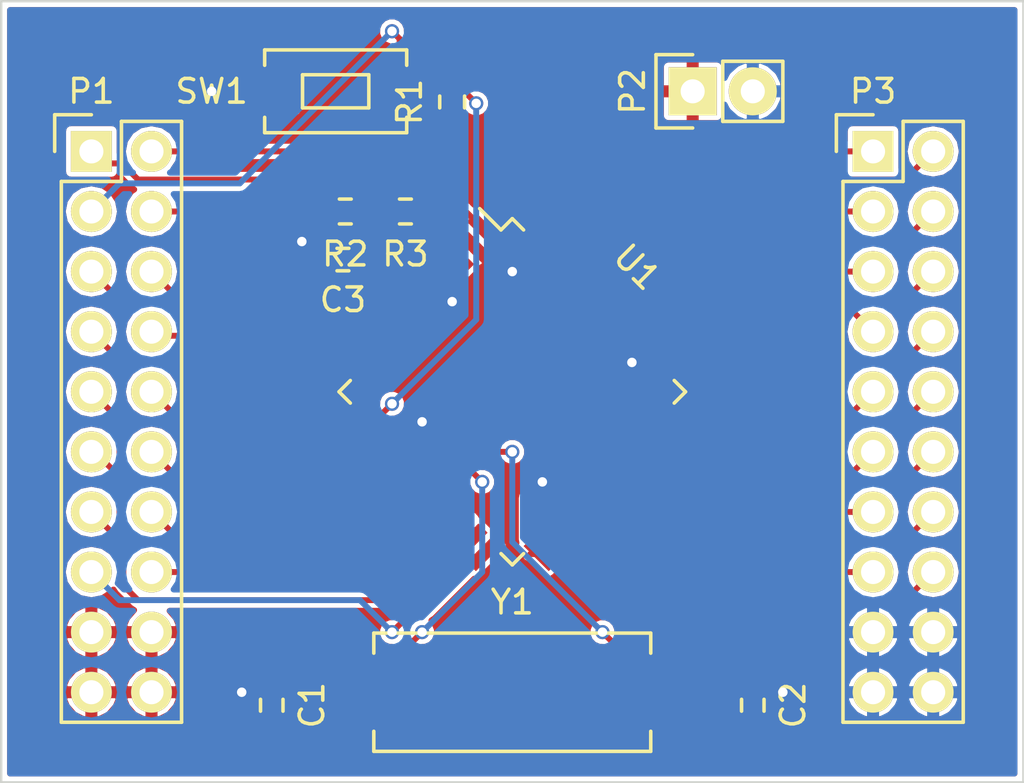
<source format=kicad_pcb>
(kicad_pcb (version 4) (host pcbnew 4.0.2+dfsg1-stable)

  (general
    (links 65)
    (no_connects 0)
    (area 130.781667 78.711666 175.310001 113.080001)
    (thickness 1.6)
    (drawings 4)
    (tracks 197)
    (zones 0)
    (modules 12)
    (nets 38)
  )

  (page A4)
  (title_block
    (title "ATmega32u4 Minimal")
    (date 2017-10-03)
    (rev 0.2.1)
    (company "marcbperez, Widerware")
  )

  (layers
    (0 F.Cu signal)
    (31 B.Cu signal)
    (32 B.Adhes user)
    (33 F.Adhes user)
    (34 B.Paste user)
    (35 F.Paste user)
    (36 B.SilkS user hide)
    (37 F.SilkS user)
    (38 B.Mask user)
    (39 F.Mask user)
    (40 Dwgs.User user)
    (41 Cmts.User user)
    (42 Eco1.User user)
    (43 Eco2.User user)
    (44 Edge.Cuts user)
    (45 Margin user)
    (46 B.CrtYd user)
    (47 F.CrtYd user)
    (48 B.Fab user)
    (49 F.Fab user hide)
  )

  (setup
    (last_trace_width 0.25)
    (trace_clearance 0.2)
    (zone_clearance 0.508)
    (zone_45_only no)
    (trace_min 0.2)
    (segment_width 0.2)
    (edge_width 0.1)
    (via_size 0.6)
    (via_drill 0.4)
    (via_min_size 0.4)
    (via_min_drill 0.3)
    (uvia_size 0.3)
    (uvia_drill 0.1)
    (uvias_allowed no)
    (uvia_min_size 0.2)
    (uvia_min_drill 0.1)
    (pcb_text_width 0.3)
    (pcb_text_size 1.5 1.5)
    (mod_edge_width 0.15)
    (mod_text_size 1 1)
    (mod_text_width 0.15)
    (pad_size 1.5 1.5)
    (pad_drill 0.6)
    (pad_to_mask_clearance 0)
    (aux_axis_origin 0 0)
    (visible_elements FFFFFF7F)
    (pcbplotparams
      (layerselection 0x00030_80000001)
      (usegerberextensions false)
      (excludeedgelayer true)
      (linewidth 0.100000)
      (plotframeref false)
      (viasonmask false)
      (mode 1)
      (useauxorigin false)
      (hpglpennumber 1)
      (hpglpenspeed 20)
      (hpglpendiameter 15)
      (hpglpenoverlay 2)
      (psnegative false)
      (psa4output false)
      (plotreference true)
      (plotvalue true)
      (plotinvisibletext false)
      (padsonsilk false)
      (subtractmaskfromsilk false)
      (outputformat 1)
      (mirror false)
      (drillshape 1)
      (scaleselection 1)
      (outputdirectory ""))
  )

  (net 0 "")
  (net 1 /XTAL1)
  (net 2 GND)
  (net 3 /XTAL2)
  (net 4 /USBD-)
  (net 5 /PE6)
  (net 6 /USBD+)
  (net 7 /PB1)
  (net 8 /PB0)
  (net 9 /PB3)
  (net 10 /PB2)
  (net 11 /RESET)
  (net 12 /PB7)
  (net 13 /PD1)
  (net 14 /PD0)
  (net 15 /PD3)
  (net 16 /PD2)
  (net 17 +5V)
  (net 18 /PD5)
  (net 19 /AREF)
  (net 20 /PF0)
  (net 21 /PF1)
  (net 22 /PF4)
  (net 23 /PF5)
  (net 24 /PF6)
  (net 25 /PF7)
  (net 26 /PE2)
  (net 27 /PC7)
  (net 28 /PC6)
  (net 29 /PB6)
  (net 30 /PB5)
  (net 31 /PB4)
  (net 32 /PD7)
  (net 33 /PD6)
  (net 34 /PD4)
  (net 35 /UCAP)
  (net 36 /D+)
  (net 37 /D-)

  (net_class Default "This is the default net class."
    (clearance 0.2)
    (trace_width 0.25)
    (via_dia 0.6)
    (via_drill 0.4)
    (uvia_dia 0.3)
    (uvia_drill 0.1)
    (add_net +5V)
    (add_net /AREF)
    (add_net /D+)
    (add_net /D-)
    (add_net /PB0)
    (add_net /PB1)
    (add_net /PB2)
    (add_net /PB3)
    (add_net /PB4)
    (add_net /PB5)
    (add_net /PB6)
    (add_net /PB7)
    (add_net /PC6)
    (add_net /PC7)
    (add_net /PD0)
    (add_net /PD1)
    (add_net /PD2)
    (add_net /PD3)
    (add_net /PD4)
    (add_net /PD5)
    (add_net /PD6)
    (add_net /PD7)
    (add_net /PE2)
    (add_net /PE6)
    (add_net /PF0)
    (add_net /PF1)
    (add_net /PF4)
    (add_net /PF5)
    (add_net /PF6)
    (add_net /PF7)
    (add_net /RESET)
    (add_net /UCAP)
    (add_net /USBD+)
    (add_net /USBD-)
    (add_net /XTAL1)
    (add_net /XTAL2)
    (add_net GND)
  )

  (module Pin_Headers:Pin_Header_Straight_2x10 (layer F.Cu) (tedit 0) (tstamp 5AB609CF)
    (at 132.08 87.63)
    (descr "Through hole pin header")
    (tags "pin header")
    (path /5AB601C3)
    (fp_text reference P1 (at 0 -2.54) (layer F.SilkS)
      (effects (font (size 1 1) (thickness 0.15)))
    )
    (fp_text value CONN_02X10 (at 0 -3.1) (layer F.Fab)
      (effects (font (size 1 1) (thickness 0.15)))
    )
    (fp_line (start -1.75 -1.75) (end -1.75 24.65) (layer F.CrtYd) (width 0.05))
    (fp_line (start 4.3 -1.75) (end 4.3 24.65) (layer F.CrtYd) (width 0.05))
    (fp_line (start -1.75 -1.75) (end 4.3 -1.75) (layer F.CrtYd) (width 0.05))
    (fp_line (start -1.75 24.65) (end 4.3 24.65) (layer F.CrtYd) (width 0.05))
    (fp_line (start 3.81 24.13) (end 3.81 -1.27) (layer F.SilkS) (width 0.15))
    (fp_line (start -1.27 1.27) (end -1.27 24.13) (layer F.SilkS) (width 0.15))
    (fp_line (start 3.81 24.13) (end -1.27 24.13) (layer F.SilkS) (width 0.15))
    (fp_line (start 3.81 -1.27) (end 1.27 -1.27) (layer F.SilkS) (width 0.15))
    (fp_line (start 0 -1.55) (end -1.55 -1.55) (layer F.SilkS) (width 0.15))
    (fp_line (start 1.27 -1.27) (end 1.27 1.27) (layer F.SilkS) (width 0.15))
    (fp_line (start 1.27 1.27) (end -1.27 1.27) (layer F.SilkS) (width 0.15))
    (fp_line (start -1.55 -1.55) (end -1.55 0) (layer F.SilkS) (width 0.15))
    (pad 1 thru_hole rect (at 0 0) (size 1.7272 1.7272) (drill 1.016) (layers *.Cu *.Mask F.SilkS)
      (net 4 /USBD-))
    (pad 2 thru_hole oval (at 2.54 0) (size 1.7272 1.7272) (drill 1.016) (layers *.Cu *.Mask F.SilkS)
      (net 5 /PE6))
    (pad 3 thru_hole oval (at 0 2.54) (size 1.7272 1.7272) (drill 1.016) (layers *.Cu *.Mask F.SilkS)
      (net 11 /RESET))
    (pad 4 thru_hole oval (at 2.54 2.54) (size 1.7272 1.7272) (drill 1.016) (layers *.Cu *.Mask F.SilkS)
      (net 6 /USBD+))
    (pad 5 thru_hole oval (at 0 5.08) (size 1.7272 1.7272) (drill 1.016) (layers *.Cu *.Mask F.SilkS)
      (net 7 /PB1))
    (pad 6 thru_hole oval (at 2.54 5.08) (size 1.7272 1.7272) (drill 1.016) (layers *.Cu *.Mask F.SilkS)
      (net 8 /PB0))
    (pad 7 thru_hole oval (at 0 7.62) (size 1.7272 1.7272) (drill 1.016) (layers *.Cu *.Mask F.SilkS)
      (net 9 /PB3))
    (pad 8 thru_hole oval (at 2.54 7.62) (size 1.7272 1.7272) (drill 1.016) (layers *.Cu *.Mask F.SilkS)
      (net 10 /PB2))
    (pad 9 thru_hole oval (at 0 10.16) (size 1.7272 1.7272) (drill 1.016) (layers *.Cu *.Mask F.SilkS)
      (net 1 /XTAL1))
    (pad 10 thru_hole oval (at 2.54 10.16) (size 1.7272 1.7272) (drill 1.016) (layers *.Cu *.Mask F.SilkS)
      (net 12 /PB7))
    (pad 11 thru_hole oval (at 0 12.7) (size 1.7272 1.7272) (drill 1.016) (layers *.Cu *.Mask F.SilkS)
      (net 13 /PD1))
    (pad 12 thru_hole oval (at 2.54 12.7) (size 1.7272 1.7272) (drill 1.016) (layers *.Cu *.Mask F.SilkS)
      (net 3 /XTAL2))
    (pad 13 thru_hole oval (at 0 15.24) (size 1.7272 1.7272) (drill 1.016) (layers *.Cu *.Mask F.SilkS)
      (net 15 /PD3))
    (pad 14 thru_hole oval (at 2.54 15.24) (size 1.7272 1.7272) (drill 1.016) (layers *.Cu *.Mask F.SilkS)
      (net 14 /PD0))
    (pad 15 thru_hole oval (at 0 17.78) (size 1.7272 1.7272) (drill 1.016) (layers *.Cu *.Mask F.SilkS)
      (net 18 /PD5))
    (pad 16 thru_hole oval (at 2.54 17.78) (size 1.7272 1.7272) (drill 1.016) (layers *.Cu *.Mask F.SilkS)
      (net 16 /PD2))
    (pad 17 thru_hole oval (at 0 20.32) (size 1.7272 1.7272) (drill 1.016) (layers *.Cu *.Mask F.SilkS)
      (net 17 +5V))
    (pad 18 thru_hole oval (at 2.54 20.32) (size 1.7272 1.7272) (drill 1.016) (layers *.Cu *.Mask F.SilkS)
      (net 17 +5V))
    (pad 19 thru_hole oval (at 0 22.86) (size 1.7272 1.7272) (drill 1.016) (layers *.Cu *.Mask F.SilkS)
      (net 17 +5V))
    (pad 20 thru_hole oval (at 2.54 22.86) (size 1.7272 1.7272) (drill 1.016) (layers *.Cu *.Mask F.SilkS)
      (net 17 +5V))
    (model Pin_Headers.3dshapes/Pin_Header_Straight_2x10.wrl
      (at (xyz 0.05 -0.45 0))
      (scale (xyz 1 1 1))
      (rotate (xyz 0 0 90))
    )
  )

  (module Pin_Headers:Pin_Header_Straight_1x02 (layer F.Cu) (tedit 54EA090C) (tstamp 5AB609D5)
    (at 157.48 85.09 90)
    (descr "Through hole pin header")
    (tags "pin header")
    (path /5AB5F40A)
    (fp_text reference P2 (at 0 -2.54 90) (layer F.SilkS)
      (effects (font (size 1 1) (thickness 0.15)))
    )
    (fp_text value CONN_01X02 (at 0 -3.1 90) (layer F.Fab)
      (effects (font (size 1 1) (thickness 0.15)))
    )
    (fp_line (start 1.27 1.27) (end 1.27 3.81) (layer F.SilkS) (width 0.15))
    (fp_line (start 1.55 -1.55) (end 1.55 0) (layer F.SilkS) (width 0.15))
    (fp_line (start -1.75 -1.75) (end -1.75 4.3) (layer F.CrtYd) (width 0.05))
    (fp_line (start 1.75 -1.75) (end 1.75 4.3) (layer F.CrtYd) (width 0.05))
    (fp_line (start -1.75 -1.75) (end 1.75 -1.75) (layer F.CrtYd) (width 0.05))
    (fp_line (start -1.75 4.3) (end 1.75 4.3) (layer F.CrtYd) (width 0.05))
    (fp_line (start 1.27 1.27) (end -1.27 1.27) (layer F.SilkS) (width 0.15))
    (fp_line (start -1.55 0) (end -1.55 -1.55) (layer F.SilkS) (width 0.15))
    (fp_line (start -1.55 -1.55) (end 1.55 -1.55) (layer F.SilkS) (width 0.15))
    (fp_line (start -1.27 1.27) (end -1.27 3.81) (layer F.SilkS) (width 0.15))
    (fp_line (start -1.27 3.81) (end 1.27 3.81) (layer F.SilkS) (width 0.15))
    (pad 1 thru_hole rect (at 0 0 90) (size 2.032 2.032) (drill 1.016) (layers *.Cu *.Mask F.SilkS)
      (net 17 +5V))
    (pad 2 thru_hole oval (at 0 2.54 90) (size 2.032 2.032) (drill 1.016) (layers *.Cu *.Mask F.SilkS)
      (net 2 GND))
    (model Pin_Headers.3dshapes/Pin_Header_Straight_1x02.wrl
      (at (xyz 0 -0.05 0))
      (scale (xyz 1 1 1))
      (rotate (xyz 0 0 90))
    )
  )

  (module Pin_Headers:Pin_Header_Straight_2x10 (layer F.Cu) (tedit 0) (tstamp 5AB609ED)
    (at 165.1 87.63)
    (descr "Through hole pin header")
    (tags "pin header")
    (path /5AB61A06)
    (fp_text reference P3 (at 0 -2.54) (layer F.SilkS)
      (effects (font (size 1 1) (thickness 0.15)))
    )
    (fp_text value CONN_02X10 (at 0 -3.1) (layer F.Fab)
      (effects (font (size 1 1) (thickness 0.15)))
    )
    (fp_line (start -1.75 -1.75) (end -1.75 24.65) (layer F.CrtYd) (width 0.05))
    (fp_line (start 4.3 -1.75) (end 4.3 24.65) (layer F.CrtYd) (width 0.05))
    (fp_line (start -1.75 -1.75) (end 4.3 -1.75) (layer F.CrtYd) (width 0.05))
    (fp_line (start -1.75 24.65) (end 4.3 24.65) (layer F.CrtYd) (width 0.05))
    (fp_line (start 3.81 24.13) (end 3.81 -1.27) (layer F.SilkS) (width 0.15))
    (fp_line (start -1.27 1.27) (end -1.27 24.13) (layer F.SilkS) (width 0.15))
    (fp_line (start 3.81 24.13) (end -1.27 24.13) (layer F.SilkS) (width 0.15))
    (fp_line (start 3.81 -1.27) (end 1.27 -1.27) (layer F.SilkS) (width 0.15))
    (fp_line (start 0 -1.55) (end -1.55 -1.55) (layer F.SilkS) (width 0.15))
    (fp_line (start 1.27 -1.27) (end 1.27 1.27) (layer F.SilkS) (width 0.15))
    (fp_line (start 1.27 1.27) (end -1.27 1.27) (layer F.SilkS) (width 0.15))
    (fp_line (start -1.55 -1.55) (end -1.55 0) (layer F.SilkS) (width 0.15))
    (pad 1 thru_hole rect (at 0 0) (size 1.7272 1.7272) (drill 1.016) (layers *.Cu *.Mask F.SilkS)
      (net 19 /AREF))
    (pad 2 thru_hole oval (at 2.54 0) (size 1.7272 1.7272) (drill 1.016) (layers *.Cu *.Mask F.SilkS)
      (net 20 /PF0))
    (pad 3 thru_hole oval (at 0 2.54) (size 1.7272 1.7272) (drill 1.016) (layers *.Cu *.Mask F.SilkS)
      (net 21 /PF1))
    (pad 4 thru_hole oval (at 2.54 2.54) (size 1.7272 1.7272) (drill 1.016) (layers *.Cu *.Mask F.SilkS)
      (net 22 /PF4))
    (pad 5 thru_hole oval (at 0 5.08) (size 1.7272 1.7272) (drill 1.016) (layers *.Cu *.Mask F.SilkS)
      (net 23 /PF5))
    (pad 6 thru_hole oval (at 2.54 5.08) (size 1.7272 1.7272) (drill 1.016) (layers *.Cu *.Mask F.SilkS)
      (net 24 /PF6))
    (pad 7 thru_hole oval (at 0 7.62) (size 1.7272 1.7272) (drill 1.016) (layers *.Cu *.Mask F.SilkS)
      (net 25 /PF7))
    (pad 8 thru_hole oval (at 2.54 7.62) (size 1.7272 1.7272) (drill 1.016) (layers *.Cu *.Mask F.SilkS)
      (net 26 /PE2))
    (pad 9 thru_hole oval (at 0 10.16) (size 1.7272 1.7272) (drill 1.016) (layers *.Cu *.Mask F.SilkS)
      (net 27 /PC7))
    (pad 10 thru_hole oval (at 2.54 10.16) (size 1.7272 1.7272) (drill 1.016) (layers *.Cu *.Mask F.SilkS)
      (net 28 /PC6))
    (pad 11 thru_hole oval (at 0 12.7) (size 1.7272 1.7272) (drill 1.016) (layers *.Cu *.Mask F.SilkS)
      (net 29 /PB6))
    (pad 12 thru_hole oval (at 2.54 12.7) (size 1.7272 1.7272) (drill 1.016) (layers *.Cu *.Mask F.SilkS)
      (net 30 /PB5))
    (pad 13 thru_hole oval (at 0 15.24) (size 1.7272 1.7272) (drill 1.016) (layers *.Cu *.Mask F.SilkS)
      (net 31 /PB4))
    (pad 14 thru_hole oval (at 2.54 15.24) (size 1.7272 1.7272) (drill 1.016) (layers *.Cu *.Mask F.SilkS)
      (net 32 /PD7))
    (pad 15 thru_hole oval (at 0 17.78) (size 1.7272 1.7272) (drill 1.016) (layers *.Cu *.Mask F.SilkS)
      (net 33 /PD6))
    (pad 16 thru_hole oval (at 2.54 17.78) (size 1.7272 1.7272) (drill 1.016) (layers *.Cu *.Mask F.SilkS)
      (net 34 /PD4))
    (pad 17 thru_hole oval (at 0 20.32) (size 1.7272 1.7272) (drill 1.016) (layers *.Cu *.Mask F.SilkS)
      (net 2 GND))
    (pad 18 thru_hole oval (at 2.54 20.32) (size 1.7272 1.7272) (drill 1.016) (layers *.Cu *.Mask F.SilkS)
      (net 2 GND))
    (pad 19 thru_hole oval (at 0 22.86) (size 1.7272 1.7272) (drill 1.016) (layers *.Cu *.Mask F.SilkS)
      (net 2 GND))
    (pad 20 thru_hole oval (at 2.54 22.86) (size 1.7272 1.7272) (drill 1.016) (layers *.Cu *.Mask F.SilkS)
      (net 2 GND))
    (model Pin_Headers.3dshapes/Pin_Header_Straight_2x10.wrl
      (at (xyz 0.05 -0.45 0))
      (scale (xyz 1 1 1))
      (rotate (xyz 0 0 90))
    )
  )

  (module Buttons_Switches_SMD:SW_SPST_EVQPE1 (layer F.Cu) (tedit 55DB43C0) (tstamp 5AB60A05)
    (at 142.4 85.09)
    (descr "Light Touch Switch")
    (path /5AB580AC)
    (attr smd)
    (fp_text reference SW1 (at -5.24 0) (layer F.SilkS)
      (effects (font (size 1 1) (thickness 0.15)))
    )
    (fp_text value SW_PUSH (at 0.16 0) (layer F.Fab)
      (effects (font (size 1 1) (thickness 0.15)))
    )
    (fp_line (start -1.4 -0.7) (end 1.4 -0.7) (layer F.SilkS) (width 0.15))
    (fp_line (start 1.4 -0.7) (end 1.4 0.7) (layer F.SilkS) (width 0.15))
    (fp_line (start 1.4 0.7) (end -1.4 0.7) (layer F.SilkS) (width 0.15))
    (fp_line (start -1.4 0.7) (end -1.4 -0.7) (layer F.SilkS) (width 0.15))
    (fp_line (start -3.95 -2) (end 3.95 -2) (layer F.CrtYd) (width 0.05))
    (fp_line (start 3.95 -2) (end 3.95 2) (layer F.CrtYd) (width 0.05))
    (fp_line (start 3.95 2) (end -3.95 2) (layer F.CrtYd) (width 0.05))
    (fp_line (start -3.95 2) (end -3.95 -2) (layer F.CrtYd) (width 0.05))
    (fp_line (start 3 -1.75) (end 3 -1.1) (layer F.SilkS) (width 0.15))
    (fp_line (start 3 1.75) (end 3 1.1) (layer F.SilkS) (width 0.15))
    (fp_line (start -3 1.1) (end -3 1.75) (layer F.SilkS) (width 0.15))
    (fp_line (start -3 -1.75) (end -3 -1.1) (layer F.SilkS) (width 0.15))
    (fp_line (start 3 -1.75) (end -3 -1.75) (layer F.SilkS) (width 0.15))
    (fp_line (start -3 1.75) (end 3 1.75) (layer F.SilkS) (width 0.15))
    (pad 2 smd rect (at 2.7 0) (size 2 1.6) (layers F.Cu F.Paste F.Mask)
      (net 11 /RESET))
    (pad 1 smd rect (at -2.7 0) (size 2 1.6) (layers F.Cu F.Paste F.Mask)
      (net 2 GND))
  )

  (module Housings_QFP:TQFP-44_10x10mm_Pitch0.8mm (layer F.Cu) (tedit 54130A77) (tstamp 5AB60A35)
    (at 149.86 97.79 315)
    (descr "44-Lead Plastic Thin Quad Flatpack (PT) - 10x10x1.0 mm Body [TQFP] (see Microchip Packaging Specification 00000049BS.pdf)")
    (tags "QFP 0.8")
    (path /5AB5798E)
    (attr smd)
    (fp_text reference U1 (at 0 -7.45 315) (layer F.SilkS)
      (effects (font (size 1 1) (thickness 0.15)))
    )
    (fp_text value ATmega32U4 (at 0 7.45 315) (layer F.Fab)
      (effects (font (size 1 1) (thickness 0.15)))
    )
    (fp_line (start -6.7 -6.7) (end -6.7 6.7) (layer F.CrtYd) (width 0.05))
    (fp_line (start 6.7 -6.7) (end 6.7 6.7) (layer F.CrtYd) (width 0.05))
    (fp_line (start -6.7 -6.7) (end 6.7 -6.7) (layer F.CrtYd) (width 0.05))
    (fp_line (start -6.7 6.7) (end 6.7 6.7) (layer F.CrtYd) (width 0.05))
    (fp_line (start -5.175 -5.175) (end -5.175 -4.5) (layer F.SilkS) (width 0.15))
    (fp_line (start 5.175 -5.175) (end 5.175 -4.5) (layer F.SilkS) (width 0.15))
    (fp_line (start 5.175 5.175) (end 5.175 4.5) (layer F.SilkS) (width 0.15))
    (fp_line (start -5.175 5.175) (end -5.175 4.5) (layer F.SilkS) (width 0.15))
    (fp_line (start -5.175 -5.175) (end -4.5 -5.175) (layer F.SilkS) (width 0.15))
    (fp_line (start -5.175 5.175) (end -4.5 5.175) (layer F.SilkS) (width 0.15))
    (fp_line (start 5.175 5.175) (end 4.5 5.175) (layer F.SilkS) (width 0.15))
    (fp_line (start 5.175 -5.175) (end 4.5 -5.175) (layer F.SilkS) (width 0.15))
    (fp_line (start -5.175 -4.5) (end -6.45 -4.5) (layer F.SilkS) (width 0.15))
    (pad 1 smd rect (at -5.7 -4 315) (size 1.5 0.55) (layers F.Cu F.Paste F.Mask)
      (net 5 /PE6))
    (pad 2 smd rect (at -5.7 -3.2 315) (size 1.5 0.55) (layers F.Cu F.Paste F.Mask)
      (net 17 +5V))
    (pad 3 smd rect (at -5.7 -2.4 315) (size 1.5 0.55) (layers F.Cu F.Paste F.Mask)
      (net 37 /D-))
    (pad 4 smd rect (at -5.7 -1.6 315) (size 1.5 0.55) (layers F.Cu F.Paste F.Mask)
      (net 36 /D+))
    (pad 5 smd rect (at -5.7 -0.8 315) (size 1.5 0.55) (layers F.Cu F.Paste F.Mask)
      (net 2 GND))
    (pad 6 smd rect (at -5.7 0 315) (size 1.5 0.55) (layers F.Cu F.Paste F.Mask)
      (net 35 /UCAP))
    (pad 7 smd rect (at -5.7 0.8 315) (size 1.5 0.55) (layers F.Cu F.Paste F.Mask)
      (net 17 +5V))
    (pad 8 smd rect (at -5.7 1.6 315) (size 1.5 0.55) (layers F.Cu F.Paste F.Mask)
      (net 8 /PB0))
    (pad 9 smd rect (at -5.7 2.4 315) (size 1.5 0.55) (layers F.Cu F.Paste F.Mask)
      (net 7 /PB1))
    (pad 10 smd rect (at -5.7 3.2 315) (size 1.5 0.55) (layers F.Cu F.Paste F.Mask)
      (net 10 /PB2))
    (pad 11 smd rect (at -5.7 4 315) (size 1.5 0.55) (layers F.Cu F.Paste F.Mask)
      (net 9 /PB3))
    (pad 12 smd rect (at -4 5.7 45) (size 1.5 0.55) (layers F.Cu F.Paste F.Mask)
      (net 12 /PB7))
    (pad 13 smd rect (at -3.2 5.7 45) (size 1.5 0.55) (layers F.Cu F.Paste F.Mask)
      (net 11 /RESET))
    (pad 14 smd rect (at -2.4 5.7 45) (size 1.5 0.55) (layers F.Cu F.Paste F.Mask)
      (net 17 +5V))
    (pad 15 smd rect (at -1.6 5.7 45) (size 1.5 0.55) (layers F.Cu F.Paste F.Mask)
      (net 2 GND))
    (pad 16 smd rect (at -0.8 5.7 45) (size 1.5 0.55) (layers F.Cu F.Paste F.Mask)
      (net 3 /XTAL2))
    (pad 17 smd rect (at 0 5.7 45) (size 1.5 0.55) (layers F.Cu F.Paste F.Mask)
      (net 1 /XTAL1))
    (pad 18 smd rect (at 0.8 5.7 45) (size 1.5 0.55) (layers F.Cu F.Paste F.Mask)
      (net 14 /PD0))
    (pad 19 smd rect (at 1.6 5.7 45) (size 1.5 0.55) (layers F.Cu F.Paste F.Mask)
      (net 13 /PD1))
    (pad 20 smd rect (at 2.4 5.7 45) (size 1.5 0.55) (layers F.Cu F.Paste F.Mask)
      (net 16 /PD2))
    (pad 21 smd rect (at 3.2 5.7 45) (size 1.5 0.55) (layers F.Cu F.Paste F.Mask)
      (net 15 /PD3))
    (pad 22 smd rect (at 4 5.7 45) (size 1.5 0.55) (layers F.Cu F.Paste F.Mask)
      (net 18 /PD5))
    (pad 23 smd rect (at 5.7 4 315) (size 1.5 0.55) (layers F.Cu F.Paste F.Mask)
      (net 2 GND))
    (pad 24 smd rect (at 5.7 3.2 315) (size 1.5 0.55) (layers F.Cu F.Paste F.Mask)
      (net 17 +5V))
    (pad 25 smd rect (at 5.7 2.4 315) (size 1.5 0.55) (layers F.Cu F.Paste F.Mask)
      (net 34 /PD4))
    (pad 26 smd rect (at 5.7 1.6 315) (size 1.5 0.55) (layers F.Cu F.Paste F.Mask)
      (net 33 /PD6))
    (pad 27 smd rect (at 5.7 0.8 315) (size 1.5 0.55) (layers F.Cu F.Paste F.Mask)
      (net 32 /PD7))
    (pad 28 smd rect (at 5.7 0 315) (size 1.5 0.55) (layers F.Cu F.Paste F.Mask)
      (net 31 /PB4))
    (pad 29 smd rect (at 5.7 -0.8 315) (size 1.5 0.55) (layers F.Cu F.Paste F.Mask)
      (net 30 /PB5))
    (pad 30 smd rect (at 5.7 -1.6 315) (size 1.5 0.55) (layers F.Cu F.Paste F.Mask)
      (net 29 /PB6))
    (pad 31 smd rect (at 5.7 -2.4 315) (size 1.5 0.55) (layers F.Cu F.Paste F.Mask)
      (net 28 /PC6))
    (pad 32 smd rect (at 5.7 -3.2 315) (size 1.5 0.55) (layers F.Cu F.Paste F.Mask)
      (net 27 /PC7))
    (pad 33 smd rect (at 5.7 -4 315) (size 1.5 0.55) (layers F.Cu F.Paste F.Mask)
      (net 26 /PE2))
    (pad 34 smd rect (at 4 -5.7 45) (size 1.5 0.55) (layers F.Cu F.Paste F.Mask)
      (net 17 +5V))
    (pad 35 smd rect (at 3.2 -5.7 45) (size 1.5 0.55) (layers F.Cu F.Paste F.Mask)
      (net 2 GND))
    (pad 36 smd rect (at 2.4 -5.7 45) (size 1.5 0.55) (layers F.Cu F.Paste F.Mask)
      (net 25 /PF7))
    (pad 37 smd rect (at 1.6 -5.7 45) (size 1.5 0.55) (layers F.Cu F.Paste F.Mask)
      (net 24 /PF6))
    (pad 38 smd rect (at 0.8 -5.7 45) (size 1.5 0.55) (layers F.Cu F.Paste F.Mask)
      (net 23 /PF5))
    (pad 39 smd rect (at 0 -5.7 45) (size 1.5 0.55) (layers F.Cu F.Paste F.Mask)
      (net 22 /PF4))
    (pad 40 smd rect (at -0.8 -5.7 45) (size 1.5 0.55) (layers F.Cu F.Paste F.Mask)
      (net 21 /PF1))
    (pad 41 smd rect (at -1.6 -5.7 45) (size 1.5 0.55) (layers F.Cu F.Paste F.Mask)
      (net 20 /PF0))
    (pad 42 smd rect (at -2.4 -5.7 45) (size 1.5 0.55) (layers F.Cu F.Paste F.Mask)
      (net 19 /AREF))
    (pad 43 smd rect (at -3.2 -5.7 45) (size 1.5 0.55) (layers F.Cu F.Paste F.Mask)
      (net 2 GND))
    (pad 44 smd rect (at -4 -5.7 45) (size 1.5 0.55) (layers F.Cu F.Paste F.Mask)
      (net 17 +5V))
    (model Housings_QFP.3dshapes/TQFP-44_10x10mm_Pitch0.8mm.wrl
      (at (xyz 0 0 0))
      (scale (xyz 1 1 1))
      (rotate (xyz 0 0 0))
    )
  )

  (module Crystals:Crystal_HC49-SD_SMD (layer F.Cu) (tedit 0) (tstamp 5AB60A3B)
    (at 149.86 110.49 180)
    (descr "Crystal, Quarz, HC49-SD, SMD,")
    (tags "Crystal, Quarz, HC49-SD, SMD,")
    (path /5AB57B58)
    (attr smd)
    (fp_text reference Y1 (at 0 3.81 180) (layer F.SilkS)
      (effects (font (size 1 1) (thickness 0.15)))
    )
    (fp_text value Crystal (at 2.54 5.08 180) (layer F.Fab)
      (effects (font (size 1 1) (thickness 0.15)))
    )
    (fp_circle (center 0 0) (end 0.8509 0) (layer F.Adhes) (width 0.381))
    (fp_circle (center 0 0) (end 0.50038 0) (layer F.Adhes) (width 0.381))
    (fp_circle (center 0 0) (end 0.14986 0.0508) (layer F.Adhes) (width 0.381))
    (fp_line (start -5.84962 2.49936) (end 5.84962 2.49936) (layer F.SilkS) (width 0.15))
    (fp_line (start 5.84962 -2.49936) (end -5.84962 -2.49936) (layer F.SilkS) (width 0.15))
    (fp_line (start 5.84962 2.49936) (end 5.84962 1.651) (layer F.SilkS) (width 0.15))
    (fp_line (start 5.84962 -2.49936) (end 5.84962 -1.651) (layer F.SilkS) (width 0.15))
    (fp_line (start -5.84962 2.49936) (end -5.84962 1.651) (layer F.SilkS) (width 0.15))
    (fp_line (start -5.84962 -2.49936) (end -5.84962 -1.651) (layer F.SilkS) (width 0.15))
    (pad 1 smd rect (at -4.84886 0 180) (size 5.6007 2.10058) (layers F.Cu F.Paste F.Mask)
      (net 3 /XTAL2))
    (pad 2 smd rect (at 4.84886 0 180) (size 5.6007 2.10058) (layers F.Cu F.Paste F.Mask)
      (net 1 /XTAL1))
  )

  (module Capacitors_SMD:C_0402 (layer F.Cu) (tedit 5415D599) (tstamp 5AB61130)
    (at 139.7 111.04 270)
    (descr "Capacitor SMD 0402, reflow soldering, AVX (see smccp.pdf)")
    (tags "capacitor 0402")
    (path /5AB57C0B)
    (attr smd)
    (fp_text reference C1 (at 0 -1.7 270) (layer F.SilkS)
      (effects (font (size 1 1) (thickness 0.15)))
    )
    (fp_text value C (at 0 1.7 270) (layer F.Fab)
      (effects (font (size 1 1) (thickness 0.15)))
    )
    (fp_line (start -1.15 -0.6) (end 1.15 -0.6) (layer F.CrtYd) (width 0.05))
    (fp_line (start -1.15 0.6) (end 1.15 0.6) (layer F.CrtYd) (width 0.05))
    (fp_line (start -1.15 -0.6) (end -1.15 0.6) (layer F.CrtYd) (width 0.05))
    (fp_line (start 1.15 -0.6) (end 1.15 0.6) (layer F.CrtYd) (width 0.05))
    (fp_line (start 0.25 -0.475) (end -0.25 -0.475) (layer F.SilkS) (width 0.15))
    (fp_line (start -0.25 0.475) (end 0.25 0.475) (layer F.SilkS) (width 0.15))
    (pad 1 smd rect (at -0.55 0 270) (size 0.6 0.5) (layers F.Cu F.Paste F.Mask)
      (net 1 /XTAL1))
    (pad 2 smd rect (at 0.55 0 270) (size 0.6 0.5) (layers F.Cu F.Paste F.Mask)
      (net 2 GND))
    (model Capacitors_SMD.3dshapes/C_0402.wrl
      (at (xyz 0 0 0))
      (scale (xyz 1 1 1))
      (rotate (xyz 0 0 0))
    )
  )

  (module Capacitors_SMD:C_0402 (layer F.Cu) (tedit 5415D599) (tstamp 5AB61135)
    (at 160.02 111.04 270)
    (descr "Capacitor SMD 0402, reflow soldering, AVX (see smccp.pdf)")
    (tags "capacitor 0402")
    (path /5AB57CF9)
    (attr smd)
    (fp_text reference C2 (at 0 -1.7 270) (layer F.SilkS)
      (effects (font (size 1 1) (thickness 0.15)))
    )
    (fp_text value C (at 0 1.7 270) (layer F.Fab)
      (effects (font (size 1 1) (thickness 0.15)))
    )
    (fp_line (start -1.15 -0.6) (end 1.15 -0.6) (layer F.CrtYd) (width 0.05))
    (fp_line (start -1.15 0.6) (end 1.15 0.6) (layer F.CrtYd) (width 0.05))
    (fp_line (start -1.15 -0.6) (end -1.15 0.6) (layer F.CrtYd) (width 0.05))
    (fp_line (start 1.15 -0.6) (end 1.15 0.6) (layer F.CrtYd) (width 0.05))
    (fp_line (start 0.25 -0.475) (end -0.25 -0.475) (layer F.SilkS) (width 0.15))
    (fp_line (start -0.25 0.475) (end 0.25 0.475) (layer F.SilkS) (width 0.15))
    (pad 1 smd rect (at -0.55 0 270) (size 0.6 0.5) (layers F.Cu F.Paste F.Mask)
      (net 3 /XTAL2))
    (pad 2 smd rect (at 0.55 0 270) (size 0.6 0.5) (layers F.Cu F.Paste F.Mask)
      (net 2 GND))
    (model Capacitors_SMD.3dshapes/C_0402.wrl
      (at (xyz 0 0 0))
      (scale (xyz 1 1 1))
      (rotate (xyz 0 0 0))
    )
  )

  (module Capacitors_SMD:C_0402 (layer F.Cu) (tedit 5415D599) (tstamp 5AB6113A)
    (at 142.706 92.202 180)
    (descr "Capacitor SMD 0402, reflow soldering, AVX (see smccp.pdf)")
    (tags "capacitor 0402")
    (path /5AB582D8)
    (attr smd)
    (fp_text reference C3 (at 0 -1.7 180) (layer F.SilkS)
      (effects (font (size 1 1) (thickness 0.15)))
    )
    (fp_text value C (at 0 1.7 180) (layer F.Fab)
      (effects (font (size 1 1) (thickness 0.15)))
    )
    (fp_line (start -1.15 -0.6) (end 1.15 -0.6) (layer F.CrtYd) (width 0.05))
    (fp_line (start -1.15 0.6) (end 1.15 0.6) (layer F.CrtYd) (width 0.05))
    (fp_line (start -1.15 -0.6) (end -1.15 0.6) (layer F.CrtYd) (width 0.05))
    (fp_line (start 1.15 -0.6) (end 1.15 0.6) (layer F.CrtYd) (width 0.05))
    (fp_line (start 0.25 -0.475) (end -0.25 -0.475) (layer F.SilkS) (width 0.15))
    (fp_line (start -0.25 0.475) (end 0.25 0.475) (layer F.SilkS) (width 0.15))
    (pad 1 smd rect (at -0.55 0 180) (size 0.6 0.5) (layers F.Cu F.Paste F.Mask)
      (net 35 /UCAP))
    (pad 2 smd rect (at 0.55 0 180) (size 0.6 0.5) (layers F.Cu F.Paste F.Mask)
      (net 2 GND))
    (model Capacitors_SMD.3dshapes/C_0402.wrl
      (at (xyz 0 0 0))
      (scale (xyz 1 1 1))
      (rotate (xyz 0 0 0))
    )
  )

  (module Resistors_SMD:R_0402 (layer F.Cu) (tedit 5415CBB8) (tstamp 5AB6113F)
    (at 147.32 85.54 90)
    (descr "Resistor SMD 0402, reflow soldering, Vishay (see dcrcw.pdf)")
    (tags "resistor 0402")
    (path /5AB57FDE)
    (attr smd)
    (fp_text reference R1 (at 0 -1.8 90) (layer F.SilkS)
      (effects (font (size 1 1) (thickness 0.15)))
    )
    (fp_text value R (at 0 1.8 90) (layer F.Fab)
      (effects (font (size 1 1) (thickness 0.15)))
    )
    (fp_line (start -0.95 -0.65) (end 0.95 -0.65) (layer F.CrtYd) (width 0.05))
    (fp_line (start -0.95 0.65) (end 0.95 0.65) (layer F.CrtYd) (width 0.05))
    (fp_line (start -0.95 -0.65) (end -0.95 0.65) (layer F.CrtYd) (width 0.05))
    (fp_line (start 0.95 -0.65) (end 0.95 0.65) (layer F.CrtYd) (width 0.05))
    (fp_line (start 0.25 -0.525) (end -0.25 -0.525) (layer F.SilkS) (width 0.15))
    (fp_line (start -0.25 0.525) (end 0.25 0.525) (layer F.SilkS) (width 0.15))
    (pad 1 smd rect (at -0.45 0 90) (size 0.4 0.6) (layers F.Cu F.Paste F.Mask)
      (net 17 +5V))
    (pad 2 smd rect (at 0.45 0 90) (size 0.4 0.6) (layers F.Cu F.Paste F.Mask)
      (net 11 /RESET))
    (model Resistors_SMD.3dshapes/R_0402.wrl
      (at (xyz 0 0 0))
      (scale (xyz 1 1 1))
      (rotate (xyz 0 0 0))
    )
  )

  (module Resistors_SMD:R_0402 (layer F.Cu) (tedit 5415CBB8) (tstamp 5AB61144)
    (at 142.806 90.17 180)
    (descr "Resistor SMD 0402, reflow soldering, Vishay (see dcrcw.pdf)")
    (tags "resistor 0402")
    (path /5AB5FC0D)
    (attr smd)
    (fp_text reference R2 (at 0 -1.8 180) (layer F.SilkS)
      (effects (font (size 1 1) (thickness 0.15)))
    )
    (fp_text value R (at 0 1.8 180) (layer F.Fab)
      (effects (font (size 1 1) (thickness 0.15)))
    )
    (fp_line (start -0.95 -0.65) (end 0.95 -0.65) (layer F.CrtYd) (width 0.05))
    (fp_line (start -0.95 0.65) (end 0.95 0.65) (layer F.CrtYd) (width 0.05))
    (fp_line (start -0.95 -0.65) (end -0.95 0.65) (layer F.CrtYd) (width 0.05))
    (fp_line (start 0.95 -0.65) (end 0.95 0.65) (layer F.CrtYd) (width 0.05))
    (fp_line (start 0.25 -0.525) (end -0.25 -0.525) (layer F.SilkS) (width 0.15))
    (fp_line (start -0.25 0.525) (end 0.25 0.525) (layer F.SilkS) (width 0.15))
    (pad 1 smd rect (at -0.45 0 180) (size 0.4 0.6) (layers F.Cu F.Paste F.Mask)
      (net 36 /D+))
    (pad 2 smd rect (at 0.45 0 180) (size 0.4 0.6) (layers F.Cu F.Paste F.Mask)
      (net 6 /USBD+))
    (model Resistors_SMD.3dshapes/R_0402.wrl
      (at (xyz 0 0 0))
      (scale (xyz 1 1 1))
      (rotate (xyz 0 0 0))
    )
  )

  (module Resistors_SMD:R_0402 (layer F.Cu) (tedit 5415CBB8) (tstamp 5AB61149)
    (at 145.346 90.17 180)
    (descr "Resistor SMD 0402, reflow soldering, Vishay (see dcrcw.pdf)")
    (tags "resistor 0402")
    (path /5AB60FFB)
    (attr smd)
    (fp_text reference R3 (at 0 -1.8 180) (layer F.SilkS)
      (effects (font (size 1 1) (thickness 0.15)))
    )
    (fp_text value R (at 0 1.8 180) (layer F.Fab)
      (effects (font (size 1 1) (thickness 0.15)))
    )
    (fp_line (start -0.95 -0.65) (end 0.95 -0.65) (layer F.CrtYd) (width 0.05))
    (fp_line (start -0.95 0.65) (end 0.95 0.65) (layer F.CrtYd) (width 0.05))
    (fp_line (start -0.95 -0.65) (end -0.95 0.65) (layer F.CrtYd) (width 0.05))
    (fp_line (start 0.95 -0.65) (end 0.95 0.65) (layer F.CrtYd) (width 0.05))
    (fp_line (start 0.25 -0.525) (end -0.25 -0.525) (layer F.SilkS) (width 0.15))
    (fp_line (start -0.25 0.525) (end 0.25 0.525) (layer F.SilkS) (width 0.15))
    (pad 1 smd rect (at -0.45 0 180) (size 0.4 0.6) (layers F.Cu F.Paste F.Mask)
      (net 37 /D-))
    (pad 2 smd rect (at 0.45 0 180) (size 0.4 0.6) (layers F.Cu F.Paste F.Mask)
      (net 4 /USBD-))
    (model Resistors_SMD.3dshapes/R_0402.wrl
      (at (xyz 0 0 0))
      (scale (xyz 1 1 1))
      (rotate (xyz 0 0 0))
    )
  )

  (gr_line (start 128.27 114.3) (end 128.27 81.28) (layer Edge.Cuts) (width 0.1))
  (gr_line (start 171.45 114.3) (end 128.27 114.3) (layer Edge.Cuts) (width 0.1))
  (gr_line (start 171.45 81.28) (end 171.45 114.3) (layer Edge.Cuts) (width 0.1))
  (gr_line (start 128.27 81.28) (end 171.45 81.28) (layer Edge.Cuts) (width 0.1))

  (segment (start 146.05 107.95) (end 145.01114 108.98886) (width 0.25) (layer F.Cu) (net 1))
  (segment (start 145.01114 108.98886) (end 145.01114 110.49) (width 0.25) (layer F.Cu) (net 1))
  (segment (start 148.59 105.41) (end 146.05 107.95) (width 0.25) (layer B.Cu) (net 1))
  (via (at 146.05 107.95) (size 0.6) (drill 0.4) (layers F.Cu B.Cu) (net 1))
  (segment (start 148.59 104.14) (end 148.59 105.41) (width 0.25) (layer B.Cu) (net 1))
  (segment (start 148.59 101.6) (end 148.59 104.14) (width 0.25) (layer B.Cu) (net 1))
  (segment (start 145.829491 101.820509) (end 146.430531 101.219469) (width 0.25) (layer F.Cu) (net 1))
  (segment (start 146.430531 101.219469) (end 148.209469 101.219469) (width 0.25) (layer F.Cu) (net 1))
  (segment (start 148.209469 101.219469) (end 148.59 101.6) (width 0.25) (layer F.Cu) (net 1))
  (via (at 148.59 101.6) (size 0.6) (drill 0.4) (layers F.Cu B.Cu) (net 1))
  (segment (start 139.7 110.49) (end 145.01114 110.49) (width 0.25) (layer F.Cu) (net 1))
  (segment (start 145.829491 101.820509) (end 145.228451 102.421549) (width 0.25) (layer F.Cu) (net 1))
  (segment (start 145.228451 102.421549) (end 135.930679 102.421549) (width 0.25) (layer F.Cu) (net 1))
  (segment (start 135.930679 102.421549) (end 135.027731 101.518601) (width 0.25) (layer F.Cu) (net 1))
  (segment (start 135.027731 101.518601) (end 134.049471 101.518601) (width 0.25) (layer F.Cu) (net 1))
  (segment (start 134.049471 101.518601) (end 133.268601 100.737731) (width 0.25) (layer F.Cu) (net 1))
  (segment (start 132.943599 98.653599) (end 132.08 97.79) (width 0.25) (layer F.Cu) (net 1))
  (segment (start 133.268601 100.737731) (end 133.268601 98.978601) (width 0.25) (layer F.Cu) (net 1))
  (segment (start 133.268601 98.978601) (end 132.943599 98.653599) (width 0.25) (layer F.Cu) (net 1))
  (segment (start 156.15325 96.022233) (end 155.62624 96.549243) (width 0.25) (layer F.Cu) (net 2))
  (segment (start 155.62624 96.549243) (end 154.913087 96.549243) (width 0.25) (layer F.Cu) (net 2))
  (via (at 154.913087 96.549243) (size 0.6) (drill 0.4) (layers F.Cu B.Cu) (net 2))
  (segment (start 151.062082 104.648936) (end 150.461042 104.047896) (width 0.25) (layer F.Cu) (net 2))
  (segment (start 150.461042 104.047896) (end 150.461042 102.268958) (width 0.25) (layer F.Cu) (net 2))
  (segment (start 150.461042 102.268958) (end 151.13 101.6) (width 0.25) (layer F.Cu) (net 2))
  (via (at 151.13 101.6) (size 0.6) (drill 0.4) (layers F.Cu B.Cu) (net 2))
  (segment (start 144.69812 100.689138) (end 144.69812 100.41188) (width 0.25) (layer F.Cu) (net 2))
  (segment (start 144.69812 100.41188) (end 146.05 99.06) (width 0.25) (layer F.Cu) (net 2))
  (via (at 146.05 99.06) (size 0.6) (drill 0.4) (layers F.Cu B.Cu) (net 2))
  (segment (start 151.627767 91.49675) (end 150.414517 92.71) (width 0.25) (layer F.Cu) (net 2))
  (segment (start 150.414517 92.71) (end 149.86 92.71) (width 0.25) (layer F.Cu) (net 2))
  (via (at 149.86 92.71) (size 0.6) (drill 0.4) (layers F.Cu B.Cu) (net 2))
  (segment (start 146.395177 93.193806) (end 146.533806 93.193806) (width 0.25) (layer F.Cu) (net 2))
  (segment (start 146.533806 93.193806) (end 147.32 93.98) (width 0.25) (layer F.Cu) (net 2))
  (via (at 147.32 93.98) (size 0.6) (drill 0.4) (layers F.Cu B.Cu) (net 2))
  (segment (start 142.156 92.202) (end 141.732 92.202) (width 0.25) (layer F.Cu) (net 2))
  (segment (start 141.732 92.202) (end 140.97 91.44) (width 0.25) (layer F.Cu) (net 2))
  (via (at 140.97 91.44) (size 0.6) (drill 0.4) (layers F.Cu B.Cu) (net 2))
  (segment (start 139.7 85.09) (end 137.16 85.09) (width 0.25) (layer F.Cu) (net 2))
  (via (at 137.16 85.09) (size 0.6) (drill 0.4) (layers F.Cu B.Cu) (net 2))
  (segment (start 160.02 111.59) (end 160.19 111.59) (width 0.25) (layer F.Cu) (net 2))
  (segment (start 160.19 111.59) (end 161.29 110.49) (width 0.25) (layer F.Cu) (net 2))
  (via (at 161.29 110.49) (size 0.6) (drill 0.4) (layers F.Cu B.Cu) (net 2))
  (segment (start 139.7 111.59) (end 139.53 111.59) (width 0.25) (layer F.Cu) (net 2))
  (segment (start 139.53 111.59) (end 138.43 110.49) (width 0.25) (layer F.Cu) (net 2))
  (via (at 138.43 110.49) (size 0.6) (drill 0.4) (layers F.Cu B.Cu) (net 2))
  (segment (start 151.062082 104.648936) (end 150.621064 104.648936) (width 0.25) (layer F.Cu) (net 2))
  (segment (start 153.67 107.95) (end 154.70886 108.98886) (width 0.25) (layer F.Cu) (net 3))
  (segment (start 154.70886 108.98886) (end 154.70886 110.49) (width 0.25) (layer F.Cu) (net 3))
  (segment (start 149.86 100.33) (end 149.86 104.14) (width 0.25) (layer B.Cu) (net 3))
  (segment (start 149.86 104.14) (end 153.67 107.95) (width 0.25) (layer B.Cu) (net 3))
  (via (at 153.67 107.95) (size 0.6) (drill 0.4) (layers F.Cu B.Cu) (net 3))
  (segment (start 145.263806 101.254823) (end 146.188629 100.33) (width 0.25) (layer F.Cu) (net 3))
  (segment (start 146.188629 100.33) (end 146.471456 100.33) (width 0.25) (layer F.Cu) (net 3))
  (segment (start 146.471456 100.33) (end 149.86 100.33) (width 0.25) (layer F.Cu) (net 3))
  (via (at 149.86 100.33) (size 0.6) (drill 0.4) (layers F.Cu B.Cu) (net 3))
  (segment (start 154.70886 110.49) (end 160.02 110.49) (width 0.25) (layer F.Cu) (net 3))
  (segment (start 145.263806 101.254823) (end 144.662766 101.855863) (width 0.25) (layer F.Cu) (net 3))
  (segment (start 144.662766 101.855863) (end 136.145863 101.855863) (width 0.25) (layer F.Cu) (net 3))
  (segment (start 136.145863 101.855863) (end 135.483599 101.193599) (width 0.25) (layer F.Cu) (net 3))
  (segment (start 135.483599 101.193599) (end 134.62 100.33) (width 0.25) (layer F.Cu) (net 3))
  (segment (start 144.896 90.17) (end 144.446 90.17) (width 0.25) (layer F.Cu) (net 4))
  (segment (start 144.446 90.17) (end 143.094601 88.818601) (width 0.25) (layer F.Cu) (net 4))
  (segment (start 143.094601 88.818601) (end 134.049471 88.818601) (width 0.25) (layer F.Cu) (net 4))
  (segment (start 134.049471 88.818601) (end 133.36887 88.138) (width 0.25) (layer F.Cu) (net 4))
  (segment (start 133.36887 88.138) (end 132.588 88.138) (width 0.25) (layer F.Cu) (net 4))
  (segment (start 132.588 88.138) (end 132.08 87.63) (width 0.25) (layer F.Cu) (net 4))
  (segment (start 148.657918 90.931064) (end 145.356854 87.63) (width 0.25) (layer F.Cu) (net 5))
  (segment (start 145.356854 87.63) (end 134.62 87.63) (width 0.25) (layer F.Cu) (net 5))
  (segment (start 142.356 90.17) (end 134.62 90.17) (width 0.25) (layer F.Cu) (net 6))
  (segment (start 144.132435 95.456548) (end 143.531395 94.855508) (width 0.25) (layer F.Cu) (net 7))
  (segment (start 132.943599 93.573599) (end 132.08 92.71) (width 0.25) (layer F.Cu) (net 7))
  (segment (start 143.531395 94.855508) (end 135.984638 94.855508) (width 0.25) (layer F.Cu) (net 7))
  (segment (start 135.984638 94.855508) (end 135.190529 94.061399) (width 0.25) (layer F.Cu) (net 7))
  (segment (start 135.190529 94.061399) (end 133.431399 94.061399) (width 0.25) (layer F.Cu) (net 7))
  (segment (start 133.431399 94.061399) (end 132.943599 93.573599) (width 0.25) (layer F.Cu) (net 7))
  (segment (start 144.69812 94.890862) (end 144.09708 94.289822) (width 0.25) (layer F.Cu) (net 8))
  (segment (start 144.09708 94.289822) (end 136.199822 94.289822) (width 0.25) (layer F.Cu) (net 8))
  (segment (start 136.199822 94.289822) (end 135.483599 93.573599) (width 0.25) (layer F.Cu) (net 8))
  (segment (start 135.483599 93.573599) (end 134.62 92.71) (width 0.25) (layer F.Cu) (net 8))
  (segment (start 143.001064 96.587918) (end 142.512156 96.587918) (width 0.25) (layer F.Cu) (net 9))
  (segment (start 142.512156 96.587918) (end 142.362839 96.438601) (width 0.25) (layer F.Cu) (net 9))
  (segment (start 142.362839 96.438601) (end 133.268601 96.438601) (width 0.25) (layer F.Cu) (net 9))
  (segment (start 133.268601 96.438601) (end 132.08 95.25) (width 0.25) (layer F.Cu) (net 9))
  (segment (start 143.56675 96.022233) (end 142.96571 95.421193) (width 0.25) (layer F.Cu) (net 10))
  (segment (start 142.96571 95.421193) (end 134.791193 95.421193) (width 0.25) (layer F.Cu) (net 10))
  (segment (start 134.791193 95.421193) (end 134.62 95.25) (width 0.25) (layer F.Cu) (net 10))
  (segment (start 144.78 82.55) (end 145.1 82.87) (width 0.25) (layer F.Cu) (net 11))
  (segment (start 145.1 82.87) (end 145.1 85.09) (width 0.25) (layer F.Cu) (net 11))
  (segment (start 132.08 90.17) (end 133.268601 88.981399) (width 0.25) (layer B.Cu) (net 11))
  (segment (start 133.268601 88.981399) (end 138.348601 88.981399) (width 0.25) (layer B.Cu) (net 11))
  (segment (start 138.348601 88.981399) (end 144.78 82.55) (width 0.25) (layer B.Cu) (net 11))
  (via (at 144.78 82.55) (size 0.6) (drill 0.4) (layers F.Cu B.Cu) (net 11))
  (segment (start 147.32 85.09) (end 147.828 85.09) (width 0.25) (layer F.Cu) (net 11))
  (segment (start 147.828 85.09) (end 148.336 85.598) (width 0.25) (layer F.Cu) (net 11))
  (segment (start 148.336 85.598) (end 148.336 94.742) (width 0.25) (layer B.Cu) (net 11))
  (segment (start 144.78 98.298) (end 148.336 94.742) (width 0.25) (layer B.Cu) (net 11))
  (via (at 148.336 85.598) (size 0.6) (drill 0.4) (layers F.Cu B.Cu) (net 11))
  (segment (start 143.56675 99.557767) (end 143.56675 99.51125) (width 0.25) (layer F.Cu) (net 11))
  (segment (start 143.56675 99.51125) (end 144.78 98.298) (width 0.25) (layer F.Cu) (net 11))
  (via (at 144.78 98.298) (size 0.6) (drill 0.4) (layers F.Cu B.Cu) (net 11))
  (segment (start 145.1 85.09) (end 147.32 85.09) (width 0.25) (layer F.Cu) (net 11))
  (segment (start 145.1 84.77) (end 145.1 85.09) (width 0.25) (layer F.Cu) (net 11))
  (segment (start 143.001064 98.992082) (end 135.822082 98.992082) (width 0.25) (layer F.Cu) (net 12))
  (segment (start 135.822082 98.992082) (end 134.62 97.79) (width 0.25) (layer F.Cu) (net 12))
  (segment (start 146.960862 102.95188) (end 145.729133 104.183609) (width 0.25) (layer F.Cu) (net 13))
  (segment (start 145.729133 104.183609) (end 134.174479 104.183609) (width 0.25) (layer F.Cu) (net 13))
  (segment (start 133.268601 102.299471) (end 133.096 102.12687) (width 0.25) (layer F.Cu) (net 13))
  (segment (start 132.22446 100.33) (end 132.08 100.33) (width 0.25) (layer F.Cu) (net 13))
  (segment (start 134.174479 104.183609) (end 133.268601 103.277731) (width 0.25) (layer F.Cu) (net 13))
  (segment (start 133.268601 103.277731) (end 133.268601 102.299471) (width 0.25) (layer F.Cu) (net 13))
  (segment (start 133.096 102.12687) (end 133.096 101.20154) (width 0.25) (layer F.Cu) (net 13))
  (segment (start 133.096 101.20154) (end 132.22446 100.33) (width 0.25) (layer F.Cu) (net 13))
  (segment (start 146.395177 102.386194) (end 145.047772 103.733599) (width 0.25) (layer F.Cu) (net 14))
  (segment (start 145.047772 103.733599) (end 135.483599 103.733599) (width 0.25) (layer F.Cu) (net 14))
  (segment (start 135.483599 103.733599) (end 134.62 102.87) (width 0.25) (layer F.Cu) (net 14))
  (segment (start 148.092233 104.08325) (end 145.576882 106.598601) (width 0.25) (layer F.Cu) (net 15))
  (segment (start 145.576882 106.598601) (end 134.049471 106.598601) (width 0.25) (layer F.Cu) (net 15))
  (segment (start 134.049471 106.598601) (end 133.431399 105.980529) (width 0.25) (layer F.Cu) (net 15))
  (segment (start 133.431399 105.980529) (end 133.431399 104.221399) (width 0.25) (layer F.Cu) (net 15))
  (segment (start 133.431399 104.221399) (end 132.943599 103.733599) (width 0.25) (layer F.Cu) (net 15))
  (segment (start 132.943599 103.733599) (end 132.08 102.87) (width 0.25) (layer F.Cu) (net 15))
  (segment (start 147.526548 103.517565) (end 145.634113 105.41) (width 0.25) (layer F.Cu) (net 16))
  (segment (start 145.634113 105.41) (end 134.62 105.41) (width 0.25) (layer F.Cu) (net 16))
  (segment (start 144.78 107.95) (end 145.681389 107.048611) (width 0.25) (layer F.Cu) (net 18))
  (segment (start 145.681389 107.048611) (end 146.258243 107.048611) (width 0.25) (layer F.Cu) (net 18))
  (segment (start 146.258243 107.048611) (end 148.056878 105.249976) (width 0.25) (layer F.Cu) (net 18))
  (segment (start 148.056878 105.249976) (end 148.657918 104.648936) (width 0.25) (layer F.Cu) (net 18))
  (segment (start 132.08 105.41) (end 133.268601 106.598601) (width 0.25) (layer B.Cu) (net 18))
  (segment (start 133.268601 106.598601) (end 143.428601 106.598601) (width 0.25) (layer B.Cu) (net 18))
  (segment (start 143.428601 106.598601) (end 144.78 107.95) (width 0.25) (layer B.Cu) (net 18))
  (via (at 144.78 107.95) (size 0.6) (drill 0.4) (layers F.Cu B.Cu) (net 18))
  (segment (start 152.193452 92.062435) (end 156.625887 87.63) (width 0.25) (layer F.Cu) (net 19))
  (segment (start 156.625887 87.63) (end 165.1 87.63) (width 0.25) (layer F.Cu) (net 19))
  (segment (start 152.759138 92.62812) (end 156.568657 88.818601) (width 0.25) (layer F.Cu) (net 20))
  (segment (start 156.568657 88.818601) (end 166.451399 88.818601) (width 0.25) (layer F.Cu) (net 20))
  (segment (start 166.451399 88.818601) (end 166.776401 88.493599) (width 0.25) (layer F.Cu) (net 20))
  (segment (start 166.776401 88.493599) (end 167.64 87.63) (width 0.25) (layer F.Cu) (net 20))
  (segment (start 153.324823 93.193806) (end 156.348629 90.17) (width 0.25) (layer F.Cu) (net 21))
  (segment (start 156.348629 90.17) (end 165.1 90.17) (width 0.25) (layer F.Cu) (net 21))
  (segment (start 153.890509 93.759491) (end 156.128601 91.521399) (width 0.25) (layer F.Cu) (net 22))
  (segment (start 156.128601 91.521399) (end 166.288601 91.521399) (width 0.25) (layer F.Cu) (net 22))
  (segment (start 166.288601 91.521399) (end 166.776401 91.033599) (width 0.25) (layer F.Cu) (net 22))
  (segment (start 166.776401 91.033599) (end 167.64 90.17) (width 0.25) (layer F.Cu) (net 22))
  (segment (start 154.456194 94.325177) (end 156.071371 92.71) (width 0.25) (layer F.Cu) (net 23))
  (segment (start 156.071371 92.71) (end 165.1 92.71) (width 0.25) (layer F.Cu) (net 23))
  (segment (start 155.02188 94.890862) (end 156.014141 93.898601) (width 0.25) (layer F.Cu) (net 24))
  (segment (start 156.014141 93.898601) (end 166.451399 93.898601) (width 0.25) (layer F.Cu) (net 24))
  (segment (start 166.776401 93.573599) (end 167.64 92.71) (width 0.25) (layer F.Cu) (net 24))
  (segment (start 166.451399 93.898601) (end 166.776401 93.573599) (width 0.25) (layer F.Cu) (net 24))
  (segment (start 155.587565 95.456548) (end 156.657712 94.386401) (width 0.25) (layer F.Cu) (net 25))
  (segment (start 156.657712 94.386401) (end 164.236401 94.386401) (width 0.25) (layer F.Cu) (net 25))
  (segment (start 164.236401 94.386401) (end 165.1 95.25) (width 0.25) (layer F.Cu) (net 25))
  (segment (start 156.718936 98.992082) (end 159.109619 96.601399) (width 0.25) (layer F.Cu) (net 26))
  (segment (start 159.109619 96.601399) (end 166.288601 96.601399) (width 0.25) (layer F.Cu) (net 26))
  (segment (start 166.288601 96.601399) (end 166.776401 96.113599) (width 0.25) (layer F.Cu) (net 26))
  (segment (start 166.776401 96.113599) (end 167.64 95.25) (width 0.25) (layer F.Cu) (net 26))
  (segment (start 156.15325 99.557767) (end 156.925483 100.33) (width 0.25) (layer F.Cu) (net 27))
  (segment (start 156.925483 100.33) (end 162.56 100.33) (width 0.25) (layer F.Cu) (net 27))
  (segment (start 162.56 100.33) (end 164.236401 98.653599) (width 0.25) (layer F.Cu) (net 27))
  (segment (start 164.236401 98.653599) (end 165.1 97.79) (width 0.25) (layer F.Cu) (net 27))
  (segment (start 155.587565 100.123452) (end 156.244123 100.78001) (width 0.25) (layer F.Cu) (net 28))
  (segment (start 156.244123 100.78001) (end 162.89086 100.78001) (width 0.25) (layer F.Cu) (net 28))
  (segment (start 162.89086 100.78001) (end 164.692269 98.978601) (width 0.25) (layer F.Cu) (net 28))
  (segment (start 164.692269 98.978601) (end 166.451399 98.978601) (width 0.25) (layer F.Cu) (net 28))
  (segment (start 166.451399 98.978601) (end 166.776401 98.653599) (width 0.25) (layer F.Cu) (net 28))
  (segment (start 166.776401 98.653599) (end 167.64 97.79) (width 0.25) (layer F.Cu) (net 28))
  (segment (start 155.02188 100.689138) (end 155.62292 101.290178) (width 0.25) (layer F.Cu) (net 29))
  (segment (start 155.62292 101.290178) (end 164.139822 101.290178) (width 0.25) (layer F.Cu) (net 29))
  (segment (start 164.139822 101.290178) (end 164.236401 101.193599) (width 0.25) (layer F.Cu) (net 29))
  (segment (start 164.236401 101.193599) (end 165.1 100.33) (width 0.25) (layer F.Cu) (net 29))
  (segment (start 154.456194 101.254823) (end 155.057234 101.855863) (width 0.25) (layer F.Cu) (net 30))
  (segment (start 166.451399 101.518601) (end 166.776401 101.193599) (width 0.25) (layer F.Cu) (net 30))
  (segment (start 155.057234 101.855863) (end 164.355007 101.855863) (width 0.25) (layer F.Cu) (net 30))
  (segment (start 166.776401 101.193599) (end 167.64 100.33) (width 0.25) (layer F.Cu) (net 30))
  (segment (start 164.355007 101.855863) (end 164.692269 101.518601) (width 0.25) (layer F.Cu) (net 30))
  (segment (start 164.692269 101.518601) (end 166.451399 101.518601) (width 0.25) (layer F.Cu) (net 30))
  (segment (start 153.890509 101.820509) (end 154.94 102.87) (width 0.25) (layer F.Cu) (net 31))
  (segment (start 154.94 102.87) (end 165.1 102.87) (width 0.25) (layer F.Cu) (net 31))
  (segment (start 153.324823 102.386194) (end 155.160028 104.221399) (width 0.25) (layer F.Cu) (net 32))
  (segment (start 155.160028 104.221399) (end 166.288601 104.221399) (width 0.25) (layer F.Cu) (net 32))
  (segment (start 166.288601 104.221399) (end 166.776401 103.733599) (width 0.25) (layer F.Cu) (net 32))
  (segment (start 166.776401 103.733599) (end 167.64 102.87) (width 0.25) (layer F.Cu) (net 32))
  (segment (start 165.1 105.41) (end 155.217258 105.41) (width 0.25) (layer F.Cu) (net 33))
  (segment (start 155.217258 105.41) (end 152.759138 102.95188) (width 0.25) (layer F.Cu) (net 33))
  (segment (start 152.193452 103.517565) (end 155.437286 106.761399) (width 0.25) (layer F.Cu) (net 34))
  (segment (start 155.437286 106.761399) (end 166.288601 106.761399) (width 0.25) (layer F.Cu) (net 34))
  (segment (start 166.288601 106.761399) (end 166.776401 106.273599) (width 0.25) (layer F.Cu) (net 34))
  (segment (start 166.776401 106.273599) (end 167.64 105.41) (width 0.25) (layer F.Cu) (net 34))
  (segment (start 145.829491 93.759491) (end 144.272 92.202) (width 0.25) (layer F.Cu) (net 35))
  (segment (start 144.272 92.202) (end 143.256 92.202) (width 0.25) (layer F.Cu) (net 35))
  (segment (start 143.256 90.17) (end 143.706 90.17) (width 0.25) (layer F.Cu) (net 36))
  (segment (start 143.706 90.17) (end 145.56308 92.02708) (width 0.25) (layer F.Cu) (net 36))
  (segment (start 145.56308 92.02708) (end 146.359822 92.02708) (width 0.25) (layer F.Cu) (net 36))
  (segment (start 146.359822 92.02708) (end 146.960862 92.62812) (width 0.25) (layer F.Cu) (net 36))
  (segment (start 147.526548 92.062435) (end 145.796 90.331887) (width 0.25) (layer F.Cu) (net 37))
  (segment (start 145.796 90.331887) (end 145.796 90.17) (width 0.25) (layer F.Cu) (net 37))

  (zone (net 17) (net_name +5V) (layer F.Cu) (tstamp 0) (hatch edge 0.508)
    (connect_pads (clearance 0.2))
    (min_thickness 0.254)
    (fill yes (arc_segments 16) (thermal_gap 0.2) (thermal_bridge_width 0.508))
    (polygon
      (pts
        (xy 128.27 81.28) (xy 171.45 81.28) (xy 171.45 114.3) (xy 128.27 114.3)
      )
    )
    (filled_polygon
      (pts
        (xy 171.073 113.923) (xy 128.647 113.923) (xy 128.647 110.800625) (xy 130.930635 110.800625) (xy 131.047622 111.083086)
        (xy 131.353171 111.433014) (xy 131.769373 111.639377) (xy 131.953 111.592069) (xy 131.953 110.617) (xy 132.207 110.617)
        (xy 132.207 111.592069) (xy 132.390627 111.639377) (xy 132.806829 111.433014) (xy 133.112378 111.083086) (xy 133.229365 110.800625)
        (xy 133.470635 110.800625) (xy 133.587622 111.083086) (xy 133.893171 111.433014) (xy 134.309373 111.639377) (xy 134.493 111.592069)
        (xy 134.493 110.617) (xy 134.747 110.617) (xy 134.747 111.592069) (xy 134.930627 111.639377) (xy 135.346829 111.433014)
        (xy 135.652378 111.083086) (xy 135.769365 110.800625) (xy 135.721553 110.617) (xy 134.747 110.617) (xy 134.493 110.617)
        (xy 133.518447 110.617) (xy 133.470635 110.800625) (xy 133.229365 110.800625) (xy 133.181553 110.617) (xy 132.207 110.617)
        (xy 131.953 110.617) (xy 130.978447 110.617) (xy 130.930635 110.800625) (xy 128.647 110.800625) (xy 128.647 110.179375)
        (xy 130.930635 110.179375) (xy 130.978447 110.363) (xy 131.953 110.363) (xy 131.953 109.387931) (xy 132.207 109.387931)
        (xy 132.207 110.363) (xy 133.181553 110.363) (xy 133.229365 110.179375) (xy 133.470635 110.179375) (xy 133.518447 110.363)
        (xy 134.493 110.363) (xy 134.493 109.387931) (xy 134.747 109.387931) (xy 134.747 110.363) (xy 135.721553 110.363)
        (xy 135.769365 110.179375) (xy 135.652378 109.896914) (xy 135.346829 109.546986) (xy 134.930627 109.340623) (xy 134.747 109.387931)
        (xy 134.493 109.387931) (xy 134.309373 109.340623) (xy 133.893171 109.546986) (xy 133.587622 109.896914) (xy 133.470635 110.179375)
        (xy 133.229365 110.179375) (xy 133.112378 109.896914) (xy 132.806829 109.546986) (xy 132.390627 109.340623) (xy 132.207 109.387931)
        (xy 131.953 109.387931) (xy 131.769373 109.340623) (xy 131.353171 109.546986) (xy 131.047622 109.896914) (xy 130.930635 110.179375)
        (xy 128.647 110.179375) (xy 128.647 108.260625) (xy 130.930635 108.260625) (xy 131.047622 108.543086) (xy 131.353171 108.893014)
        (xy 131.769373 109.099377) (xy 131.953 109.052069) (xy 131.953 108.077) (xy 132.207 108.077) (xy 132.207 109.052069)
        (xy 132.390627 109.099377) (xy 132.806829 108.893014) (xy 133.112378 108.543086) (xy 133.229365 108.260625) (xy 133.470635 108.260625)
        (xy 133.587622 108.543086) (xy 133.893171 108.893014) (xy 134.309373 109.099377) (xy 134.493 109.052069) (xy 134.493 108.077)
        (xy 134.747 108.077) (xy 134.747 109.052069) (xy 134.930627 109.099377) (xy 135.346829 108.893014) (xy 135.652378 108.543086)
        (xy 135.769365 108.260625) (xy 135.721553 108.077) (xy 134.747 108.077) (xy 134.493 108.077) (xy 133.518447 108.077)
        (xy 133.470635 108.260625) (xy 133.229365 108.260625) (xy 133.181553 108.077) (xy 132.207 108.077) (xy 131.953 108.077)
        (xy 130.978447 108.077) (xy 130.930635 108.260625) (xy 128.647 108.260625) (xy 128.647 107.639375) (xy 130.930635 107.639375)
        (xy 130.978447 107.823) (xy 131.953 107.823) (xy 131.953 106.847931) (xy 132.207 106.847931) (xy 132.207 107.823)
        (xy 133.181553 107.823) (xy 133.229365 107.639375) (xy 133.112378 107.356914) (xy 132.806829 107.006986) (xy 132.390627 106.800623)
        (xy 132.207 106.847931) (xy 131.953 106.847931) (xy 131.769373 106.800623) (xy 131.353171 107.006986) (xy 131.047622 107.356914)
        (xy 130.930635 107.639375) (xy 128.647 107.639375) (xy 128.647 97.79) (xy 130.866075 97.79) (xy 130.956704 98.245623)
        (xy 131.214794 98.631881) (xy 131.601052 98.889971) (xy 132.056675 98.9806) (xy 132.103325 98.9806) (xy 132.543766 98.892991)
        (xy 132.623986 98.973211) (xy 132.623989 98.973213) (xy 132.816601 99.165825) (xy 132.816601 99.402188) (xy 132.558948 99.230029)
        (xy 132.103325 99.1394) (xy 132.056675 99.1394) (xy 131.601052 99.230029) (xy 131.214794 99.488119) (xy 130.956704 99.874377)
        (xy 130.866075 100.33) (xy 130.956704 100.785623) (xy 131.214794 101.171881) (xy 131.601052 101.429971) (xy 132.056675 101.5206)
        (xy 132.103325 101.5206) (xy 132.558948 101.429971) (xy 132.634635 101.379399) (xy 132.644 101.388764) (xy 132.644 101.826859)
        (xy 132.558948 101.770029) (xy 132.103325 101.6794) (xy 132.056675 101.6794) (xy 131.601052 101.770029) (xy 131.214794 102.028119)
        (xy 130.956704 102.414377) (xy 130.866075 102.87) (xy 130.956704 103.325623) (xy 131.214794 103.711881) (xy 131.601052 103.969971)
        (xy 132.056675 104.0606) (xy 132.103325 104.0606) (xy 132.543766 103.972991) (xy 132.623986 104.053211) (xy 132.623989 104.053213)
        (xy 132.979399 104.408624) (xy 132.979399 104.619292) (xy 132.945206 104.568119) (xy 132.558948 104.310029) (xy 132.103325 104.2194)
        (xy 132.056675 104.2194) (xy 131.601052 104.310029) (xy 131.214794 104.568119) (xy 130.956704 104.954377) (xy 130.866075 105.41)
        (xy 130.956704 105.865623) (xy 131.214794 106.251881) (xy 131.601052 106.509971) (xy 132.056675 106.6006) (xy 132.103325 106.6006)
        (xy 132.558948 106.509971) (xy 132.945206 106.251881) (xy 133.013148 106.150199) (xy 133.013805 106.153502) (xy 133.111787 106.300141)
        (xy 133.729859 106.918213) (xy 133.876498 107.016195) (xy 133.883853 107.017658) (xy 133.587622 107.356914) (xy 133.470635 107.639375)
        (xy 133.518447 107.823) (xy 134.493 107.823) (xy 134.493 107.803) (xy 134.747 107.803) (xy 134.747 107.823)
        (xy 135.721553 107.823) (xy 135.769365 107.639375) (xy 135.652378 107.356914) (xy 135.384913 107.050601) (xy 145.040174 107.050601)
        (xy 144.767787 107.322989) (xy 144.655829 107.322891) (xy 144.425297 107.418145) (xy 144.248765 107.594369) (xy 144.153109 107.824735)
        (xy 144.152891 108.074171) (xy 144.248145 108.304703) (xy 144.424369 108.481235) (xy 144.654735 108.576891) (xy 144.783772 108.577004)
        (xy 144.691528 108.669248) (xy 144.593546 108.815887) (xy 144.55914 108.98886) (xy 144.55914 109.106304) (xy 142.21079 109.106304)
        (xy 142.089611 109.129105) (xy 141.978316 109.200722) (xy 141.903652 109.309996) (xy 141.877384 109.43971) (xy 141.877384 110.038)
        (xy 140.240772 110.038) (xy 140.188988 109.957526) (xy 140.079714 109.882862) (xy 139.95 109.856594) (xy 139.45 109.856594)
        (xy 139.328821 109.879395) (xy 139.217526 109.951012) (xy 139.142862 110.060286) (xy 139.116594 110.19) (xy 139.116594 110.53737)
        (xy 139.057011 110.477787) (xy 139.057109 110.365829) (xy 138.961855 110.135297) (xy 138.785631 109.958765) (xy 138.555265 109.863109)
        (xy 138.305829 109.862891) (xy 138.075297 109.958145) (xy 137.898765 110.134369) (xy 137.803109 110.364735) (xy 137.802891 110.614171)
        (xy 137.898145 110.844703) (xy 138.074369 111.021235) (xy 138.304735 111.116891) (xy 138.417766 111.11699) (xy 139.116594 111.815818)
        (xy 139.116594 111.89) (xy 139.139395 112.011179) (xy 139.211012 112.122474) (xy 139.320286 112.197138) (xy 139.45 112.223406)
        (xy 139.95 112.223406) (xy 140.071179 112.200605) (xy 140.182474 112.128988) (xy 140.257138 112.019714) (xy 140.283406 111.89)
        (xy 140.283406 111.29) (xy 140.260605 111.168821) (xy 140.188988 111.057526) (xy 140.164319 111.04067) (xy 140.182474 111.028988)
        (xy 140.241911 110.942) (xy 141.877384 110.942) (xy 141.877384 111.54029) (xy 141.900185 111.661469) (xy 141.971802 111.772764)
        (xy 142.081076 111.847428) (xy 142.21079 111.873696) (xy 147.81149 111.873696) (xy 147.932669 111.850895) (xy 148.043964 111.779278)
        (xy 148.118628 111.670004) (xy 148.144896 111.54029) (xy 148.144896 109.43971) (xy 151.575104 109.43971) (xy 151.575104 111.54029)
        (xy 151.597905 111.661469) (xy 151.669522 111.772764) (xy 151.778796 111.847428) (xy 151.90851 111.873696) (xy 157.50921 111.873696)
        (xy 157.630389 111.850895) (xy 157.741684 111.779278) (xy 157.816348 111.670004) (xy 157.842616 111.54029) (xy 157.842616 110.942)
        (xy 159.479228 110.942) (xy 159.531012 111.022474) (xy 159.555681 111.03933) (xy 159.537526 111.051012) (xy 159.462862 111.160286)
        (xy 159.436594 111.29) (xy 159.436594 111.89) (xy 159.459395 112.011179) (xy 159.531012 112.122474) (xy 159.640286 112.197138)
        (xy 159.77 112.223406) (xy 160.27 112.223406) (xy 160.391179 112.200605) (xy 160.502474 112.128988) (xy 160.577138 112.019714)
        (xy 160.603406 111.89) (xy 160.603406 111.815818) (xy 161.302213 111.117011) (xy 161.414171 111.117109) (xy 161.644703 111.021855)
        (xy 161.821235 110.845631) (xy 161.916891 110.615265) (xy 161.917 110.49) (xy 163.886075 110.49) (xy 163.976704 110.945623)
        (xy 164.234794 111.331881) (xy 164.621052 111.589971) (xy 165.076675 111.6806) (xy 165.123325 111.6806) (xy 165.578948 111.589971)
        (xy 165.965206 111.331881) (xy 166.223296 110.945623) (xy 166.313925 110.49) (xy 166.426075 110.49) (xy 166.516704 110.945623)
        (xy 166.774794 111.331881) (xy 167.161052 111.589971) (xy 167.616675 111.6806) (xy 167.663325 111.6806) (xy 168.118948 111.589971)
        (xy 168.505206 111.331881) (xy 168.763296 110.945623) (xy 168.853925 110.49) (xy 168.763296 110.034377) (xy 168.505206 109.648119)
        (xy 168.118948 109.390029) (xy 167.663325 109.2994) (xy 167.616675 109.2994) (xy 167.161052 109.390029) (xy 166.774794 109.648119)
        (xy 166.516704 110.034377) (xy 166.426075 110.49) (xy 166.313925 110.49) (xy 166.223296 110.034377) (xy 165.965206 109.648119)
        (xy 165.578948 109.390029) (xy 165.123325 109.2994) (xy 165.076675 109.2994) (xy 164.621052 109.390029) (xy 164.234794 109.648119)
        (xy 163.976704 110.034377) (xy 163.886075 110.49) (xy 161.917 110.49) (xy 161.917109 110.365829) (xy 161.821855 110.135297)
        (xy 161.645631 109.958765) (xy 161.415265 109.863109) (xy 161.165829 109.862891) (xy 160.935297 109.958145) (xy 160.758765 110.134369)
        (xy 160.663109 110.364735) (xy 160.66301 110.477766) (xy 160.603406 110.53737) (xy 160.603406 110.19) (xy 160.580605 110.068821)
        (xy 160.508988 109.957526) (xy 160.399714 109.882862) (xy 160.27 109.856594) (xy 159.77 109.856594) (xy 159.648821 109.879395)
        (xy 159.537526 109.951012) (xy 159.478089 110.038) (xy 157.842616 110.038) (xy 157.842616 109.43971) (xy 157.819815 109.318531)
        (xy 157.748198 109.207236) (xy 157.638924 109.132572) (xy 157.50921 109.106304) (xy 155.16086 109.106304) (xy 155.16086 108.98886)
        (xy 155.126454 108.815887) (xy 155.028472 108.669248) (xy 154.297011 107.937787) (xy 154.297109 107.825829) (xy 154.201855 107.595297)
        (xy 154.025631 107.418765) (xy 153.795265 107.323109) (xy 153.545829 107.322891) (xy 153.315297 107.418145) (xy 153.138765 107.594369)
        (xy 153.043109 107.824735) (xy 153.042891 108.074171) (xy 153.138145 108.304703) (xy 153.314369 108.481235) (xy 153.544735 108.576891)
        (xy 153.657766 108.57699) (xy 154.18708 109.106304) (xy 151.90851 109.106304) (xy 151.787331 109.129105) (xy 151.676036 109.200722)
        (xy 151.601372 109.309996) (xy 151.575104 109.43971) (xy 148.144896 109.43971) (xy 148.122095 109.318531) (xy 148.050478 109.207236)
        (xy 147.941204 109.132572) (xy 147.81149 109.106304) (xy 145.53292 109.106304) (xy 146.062213 108.577011) (xy 146.174171 108.577109)
        (xy 146.404703 108.481855) (xy 146.581235 108.305631) (xy 146.676891 108.075265) (xy 146.677109 107.825829) (xy 146.581855 107.595297)
        (xy 146.444277 107.457478) (xy 146.577855 107.368223) (xy 148.252969 105.693109) (xy 148.317436 105.707094) (xy 148.4475 105.682621)
        (xy 148.557796 105.609474) (xy 149.618456 104.548814) (xy 149.688019 104.447004) (xy 149.716076 104.317666) (xy 149.691603 104.187602)
        (xy 149.618456 104.077306) (xy 149.229548 103.688398) (xy 149.127738 103.618835) (xy 149.123226 103.617856) (xy 149.052771 103.51162)
        (xy 148.663863 103.122712) (xy 148.562053 103.053149) (xy 148.55754 103.05217) (xy 148.487086 102.945935) (xy 148.098178 102.557027)
        (xy 147.996368 102.487464) (xy 147.991854 102.486485) (xy 147.9214 102.38025) (xy 147.532492 101.991342) (xy 147.430682 101.921779)
        (xy 147.42617 101.9208) (xy 147.355715 101.814564) (xy 147.21262 101.671469) (xy 147.962937 101.671469) (xy 147.962891 101.724171)
        (xy 148.058145 101.954703) (xy 148.234369 102.131235) (xy 148.464735 102.226891) (xy 148.714171 102.227109) (xy 148.944703 102.131855)
        (xy 149.121235 101.955631) (xy 149.216891 101.725265) (xy 149.217109 101.475829) (xy 149.121855 101.245297) (xy 148.945631 101.068765)
        (xy 148.715265 100.973109) (xy 148.602234 100.97301) (xy 148.529081 100.899857) (xy 148.382442 100.801875) (xy 148.282522 100.782)
        (xy 149.425272 100.782) (xy 149.504369 100.861235) (xy 149.734735 100.956891) (xy 149.984171 100.957109) (xy 150.214703 100.861855)
        (xy 150.391235 100.685631) (xy 150.486891 100.455265) (xy 150.487109 100.205829) (xy 150.391855 99.975297) (xy 150.215631 99.798765)
        (xy 149.985265 99.703109) (xy 149.735829 99.702891) (xy 149.505297 99.798145) (xy 149.425302 99.878) (xy 146.188629 99.878)
        (xy 146.015656 99.912406) (xy 145.869017 100.010388) (xy 145.699824 100.179581) (xy 145.658658 100.117508) (xy 145.645187 100.104037)
        (xy 146.062213 99.687011) (xy 146.174171 99.687109) (xy 146.404703 99.591855) (xy 146.581235 99.415631) (xy 146.676891 99.185265)
        (xy 146.677109 98.935829) (xy 146.581855 98.705297) (xy 146.405631 98.528765) (xy 146.175265 98.433109) (xy 145.925829 98.432891)
        (xy 145.695297 98.528145) (xy 145.518765 98.704369) (xy 145.423109 98.934735) (xy 145.42301 99.047766) (xy 144.961269 99.509507)
        (xy 144.925986 99.509507) (xy 144.31204 100.123452) (xy 144.326183 100.137595) (xy 144.146578 100.3172) (xy 144.132435 100.303057)
        (xy 143.51849 100.917003) (xy 143.51849 101.032615) (xy 143.611329 101.125454) (xy 143.663819 101.147196) (xy 143.664435 101.150472)
        (xy 143.737582 101.260768) (xy 143.880677 101.403863) (xy 136.333087 101.403863) (xy 135.803213 100.873989) (xy 135.803211 100.873986)
        (xy 135.731901 100.802676) (xy 135.743296 100.785623) (xy 135.833925 100.33) (xy 135.743296 99.874377) (xy 135.485206 99.488119)
        (xy 135.098948 99.230029) (xy 134.643325 99.1394) (xy 134.596675 99.1394) (xy 134.141052 99.230029) (xy 133.754794 99.488119)
        (xy 133.720601 99.539292) (xy 133.720601 98.978601) (xy 133.686195 98.805628) (xy 133.588213 98.658989) (xy 133.263213 98.333989)
        (xy 133.263211 98.333986) (xy 133.191901 98.262676) (xy 133.203296 98.245623) (xy 133.293925 97.79) (xy 133.203296 97.334377)
        (xy 132.945206 96.948119) (xy 132.558948 96.690029) (xy 132.103325 96.5994) (xy 132.056675 96.5994) (xy 131.601052 96.690029)
        (xy 131.214794 96.948119) (xy 130.956704 97.334377) (xy 130.866075 97.79) (xy 128.647 97.79) (xy 128.647 92.71)
        (xy 130.866075 92.71) (xy 130.956704 93.165623) (xy 131.214794 93.551881) (xy 131.601052 93.809971) (xy 132.056675 93.9006)
        (xy 132.103325 93.9006) (xy 132.543766 93.812991) (xy 132.623986 93.893211) (xy 132.623989 93.893213) (xy 133.111786 94.381011)
        (xy 133.234184 94.462795) (xy 133.258426 94.478993) (xy 133.431399 94.513399) (xy 133.684448 94.513399) (xy 133.496704 94.794377)
        (xy 133.406075 95.25) (xy 133.496704 95.705623) (xy 133.684448 95.986601) (xy 133.455826 95.986601) (xy 133.191901 95.722677)
        (xy 133.203296 95.705623) (xy 133.293925 95.25) (xy 133.203296 94.794377) (xy 132.945206 94.408119) (xy 132.558948 94.150029)
        (xy 132.103325 94.0594) (xy 132.056675 94.0594) (xy 131.601052 94.150029) (xy 131.214794 94.408119) (xy 130.956704 94.794377)
        (xy 130.866075 95.25) (xy 130.956704 95.705623) (xy 131.214794 96.091881) (xy 131.601052 96.349971) (xy 132.056675 96.4406)
        (xy 132.103325 96.4406) (xy 132.543766 96.352991) (xy 132.948989 96.758214) (xy 133.095628 96.856195) (xy 133.268601 96.890601)
        (xy 133.840876 96.890601) (xy 133.754794 96.948119) (xy 133.496704 97.334377) (xy 133.406075 97.79) (xy 133.496704 98.245623)
        (xy 133.754794 98.631881) (xy 134.141052 98.889971) (xy 134.596675 98.9806) (xy 134.643325 98.9806) (xy 135.083766 98.892991)
        (xy 135.50247 99.311695) (xy 135.649109 99.409676) (xy 135.822082 99.444082) (xy 141.965623 99.444082) (xy 141.967379 99.453416)
        (xy 142.040526 99.563712) (xy 142.429434 99.95262) (xy 142.531244 100.022183) (xy 142.535758 100.023162) (xy 142.606212 100.129397)
        (xy 142.99512 100.518305) (xy 143.09693 100.587868) (xy 143.10794 100.590256) (xy 143.130433 100.644558) (xy 143.223272 100.737397)
        (xy 143.338884 100.737397) (xy 143.95283 100.123452) (xy 143.938688 100.10931) (xy 144.118293 99.929705) (xy 144.132435 99.943847)
        (xy 144.74638 99.329901) (xy 144.74638 99.214289) (xy 144.653541 99.12145) (xy 144.612694 99.104531) (xy 144.792214 98.925011)
        (xy 144.904171 98.925109) (xy 145.134703 98.829855) (xy 145.311235 98.653631) (xy 145.406891 98.423265) (xy 145.407109 98.173829)
        (xy 145.311855 97.943297) (xy 145.135631 97.766765) (xy 144.905265 97.671109) (xy 144.655829 97.670891) (xy 144.425297 97.766145)
        (xy 144.248765 97.942369) (xy 144.153109 98.172735) (xy 144.15301 98.285765) (xy 143.984219 98.454556) (xy 143.961602 98.420452)
        (xy 143.572694 98.031544) (xy 143.470884 97.961981) (xy 143.341546 97.933924) (xy 143.211482 97.958397) (xy 143.101186 98.031544)
        (xy 142.592648 98.540082) (xy 136.009307 98.540082) (xy 135.731901 98.262677) (xy 135.743296 98.245623) (xy 135.833925 97.79)
        (xy 135.743296 97.334377) (xy 135.485206 96.948119) (xy 135.399124 96.890601) (xy 142.175615 96.890601) (xy 142.192544 96.90753)
        (xy 142.339183 97.005512) (xy 142.512156 97.039918) (xy 142.592648 97.039918) (xy 143.101186 97.548456) (xy 143.202996 97.618019)
        (xy 143.332334 97.646076) (xy 143.462398 97.621603) (xy 143.572694 97.548456) (xy 143.739681 97.381469) (xy 156.104991 97.381469)
        (xy 156.104991 97.497081) (xy 156.19783 97.58992) (xy 156.318016 97.639703) (xy 156.448105 97.639702) (xy 156.568291 97.589919)
        (xy 156.997006 97.161205) (xy 156.997006 97.045593) (xy 156.718936 96.767523) (xy 156.104991 97.381469) (xy 143.739681 97.381469)
        (xy 143.961602 97.159548) (xy 144.031165 97.057738) (xy 144.032144 97.053226) (xy 144.13838 96.982771) (xy 144.527288 96.593863)
        (xy 144.596851 96.492053) (xy 144.59783 96.48754) (xy 144.704065 96.417086) (xy 145.092973 96.028178) (xy 145.162536 95.926368)
        (xy 145.163515 95.921854) (xy 145.26975 95.8514) (xy 145.658658 95.462492) (xy 145.728221 95.360682) (xy 145.730609 95.349672)
        (xy 145.784912 95.327179) (xy 145.877751 95.23434) (xy 145.877751 95.118728) (xy 145.263806 94.504782) (xy 145.249664 94.518925)
        (xy 145.070059 94.33932) (xy 145.084201 94.325177) (xy 144.470255 93.711232) (xy 144.354643 93.711232) (xy 144.261804 93.804071)
        (xy 144.240062 93.856561) (xy 144.236786 93.857177) (xy 144.227003 93.863665) (xy 144.09708 93.837822) (xy 136.387046 93.837822)
        (xy 135.803213 93.253989) (xy 135.803211 93.253986) (xy 135.731901 93.182676) (xy 135.743296 93.165623) (xy 135.833925 92.71)
        (xy 135.743296 92.254377) (xy 135.485206 91.868119) (xy 135.098948 91.610029) (xy 134.643325 91.5194) (xy 134.596675 91.5194)
        (xy 134.141052 91.610029) (xy 133.754794 91.868119) (xy 133.496704 92.254377) (xy 133.406075 92.71) (xy 133.496704 93.165623)
        (xy 133.754794 93.551881) (xy 133.840876 93.609399) (xy 133.618624 93.609399) (xy 133.263213 93.253989) (xy 133.263211 93.253986)
        (xy 133.191901 93.182676) (xy 133.203296 93.165623) (xy 133.293925 92.71) (xy 133.203296 92.254377) (xy 132.945206 91.868119)
        (xy 132.558948 91.610029) (xy 132.103325 91.5194) (xy 132.056675 91.5194) (xy 131.601052 91.610029) (xy 131.214794 91.868119)
        (xy 130.956704 92.254377) (xy 130.866075 92.71) (xy 128.647 92.71) (xy 128.647 90.17) (xy 130.866075 90.17)
        (xy 130.956704 90.625623) (xy 131.214794 91.011881) (xy 131.601052 91.269971) (xy 132.056675 91.3606) (xy 132.103325 91.3606)
        (xy 132.558948 91.269971) (xy 132.945206 91.011881) (xy 133.203296 90.625623) (xy 133.293925 90.17) (xy 133.203296 89.714377)
        (xy 132.945206 89.328119) (xy 132.558948 89.070029) (xy 132.103325 88.9794) (xy 132.056675 88.9794) (xy 131.601052 89.070029)
        (xy 131.214794 89.328119) (xy 130.956704 89.714377) (xy 130.866075 90.17) (xy 128.647 90.17) (xy 128.647 86.7664)
        (xy 130.882994 86.7664) (xy 130.882994 88.4936) (xy 130.905795 88.614779) (xy 130.977412 88.726074) (xy 131.086686 88.800738)
        (xy 131.2164 88.827006) (xy 132.9436 88.827006) (xy 133.064779 88.804205) (xy 133.176074 88.732588) (xy 133.236215 88.644569)
        (xy 133.729859 89.138213) (xy 133.876498 89.236195) (xy 133.888727 89.238627) (xy 133.754794 89.328119) (xy 133.496704 89.714377)
        (xy 133.406075 90.17) (xy 133.496704 90.625623) (xy 133.754794 91.011881) (xy 134.141052 91.269971) (xy 134.596675 91.3606)
        (xy 134.643325 91.3606) (xy 135.098948 91.269971) (xy 135.485206 91.011881) (xy 135.743296 90.625623) (xy 135.744017 90.622)
        (xy 141.865228 90.622) (xy 141.917012 90.702474) (xy 142.026286 90.777138) (xy 142.156 90.803406) (xy 142.556 90.803406)
        (xy 142.677179 90.780605) (xy 142.788474 90.708988) (xy 142.80533 90.684319) (xy 142.817012 90.702474) (xy 142.926286 90.777138)
        (xy 143.056 90.803406) (xy 143.456 90.803406) (xy 143.577179 90.780605) (xy 143.638148 90.741372) (xy 145.243468 92.346692)
        (xy 145.390107 92.444674) (xy 145.56308 92.47908) (xy 145.577735 92.47908) (xy 145.434639 92.622176) (xy 145.392733 92.683509)
        (xy 144.591612 91.882388) (xy 144.444973 91.784406) (xy 144.272 91.75) (xy 143.814598 91.75) (xy 143.794988 91.719526)
        (xy 143.685714 91.644862) (xy 143.556 91.618594) (xy 142.956 91.618594) (xy 142.834821 91.641395) (xy 142.723526 91.713012)
        (xy 142.70667 91.737681) (xy 142.694988 91.719526) (xy 142.585714 91.644862) (xy 142.456 91.618594) (xy 141.856 91.618594)
        (xy 141.798615 91.629391) (xy 141.597011 91.427787) (xy 141.597109 91.315829) (xy 141.501855 91.085297) (xy 141.325631 90.908765)
        (xy 141.095265 90.813109) (xy 140.845829 90.812891) (xy 140.615297 90.908145) (xy 140.438765 91.084369) (xy 140.343109 91.314735)
        (xy 140.342891 91.564171) (xy 140.438145 91.794703) (xy 140.614369 91.971235) (xy 140.844735 92.066891) (xy 140.957766 92.06699)
        (xy 141.412388 92.521612) (xy 141.559027 92.619594) (xy 141.577646 92.623297) (xy 141.617012 92.684474) (xy 141.726286 92.759138)
        (xy 141.856 92.785406) (xy 142.456 92.785406) (xy 142.577179 92.762605) (xy 142.688474 92.690988) (xy 142.70533 92.666319)
        (xy 142.717012 92.684474) (xy 142.826286 92.759138) (xy 142.956 92.785406) (xy 143.556 92.785406) (xy 143.677179 92.762605)
        (xy 143.788474 92.690988) (xy 143.813747 92.654) (xy 144.084776 92.654) (xy 144.750656 93.31988) (xy 144.7427 93.323175)
        (xy 144.649861 93.416014) (xy 144.649861 93.531626) (xy 145.263806 94.145572) (xy 145.277949 94.13143) (xy 145.457554 94.311035)
        (xy 145.443411 94.325177) (xy 146.057357 94.939122) (xy 146.172969 94.939122) (xy 146.265808 94.846283) (xy 146.287551 94.793792)
        (xy 146.290825 94.793176) (xy 146.401121 94.720029) (xy 146.787649 94.333501) (xy 146.788145 94.334703) (xy 146.964369 94.511235)
        (xy 147.194735 94.606891) (xy 147.444171 94.607109) (xy 147.674703 94.511855) (xy 147.851235 94.335631) (xy 147.946891 94.105265)
        (xy 147.947109 93.855829) (xy 147.851855 93.625297) (xy 147.675631 93.448765) (xy 147.673337 93.447813) (xy 147.9214 93.19975)
        (xy 147.990963 93.09794) (xy 147.991942 93.093428) (xy 148.098178 93.022973) (xy 148.28698 92.834171) (xy 149.232891 92.834171)
        (xy 149.328145 93.064703) (xy 149.504369 93.241235) (xy 149.734735 93.336891) (xy 149.984171 93.337109) (xy 150.214703 93.241855)
        (xy 150.294698 93.162) (xy 150.414517 93.162) (xy 150.58749 93.127594) (xy 150.734129 93.029612) (xy 151.191749 92.571993)
        (xy 151.232914 92.634065) (xy 151.621822 93.022973) (xy 151.723632 93.092536) (xy 151.728146 93.093515) (xy 151.7986 93.19975)
        (xy 152.187508 93.588658) (xy 152.289318 93.658221) (xy 152.29383 93.6592) (xy 152.364285 93.765436) (xy 152.753193 94.154344)
        (xy 152.855003 94.223907) (xy 152.859517 94.224886) (xy 152.929971 94.331121) (xy 153.318879 94.720029) (xy 153.420689 94.789592)
        (xy 153.425201 94.790571) (xy 153.495656 94.896807) (xy 153.884564 95.285715) (xy 153.986374 95.355278) (xy 153.990888 95.356257)
        (xy 154.061342 95.462492) (xy 154.45025 95.8514) (xy 154.55206 95.920963) (xy 154.556572 95.921942) (xy 154.606646 95.997446)
        (xy 154.558384 96.017388) (xy 154.381852 96.193612) (xy 154.286196 96.423978) (xy 154.285978 96.673414) (xy 154.381232 96.903946)
        (xy 154.557456 97.080478) (xy 154.787822 97.176134) (xy 155.037258 97.176352) (xy 155.26779 97.081098) (xy 155.347785 97.001243)
        (xy 155.608655 97.001243) (xy 155.68343 97.052334) (xy 155.694442 97.054723) (xy 155.716934 97.109024) (xy 155.809773 97.201863)
        (xy 155.925385 97.201863) (xy 156.539331 96.587918) (xy 156.898541 96.587918) (xy 157.176611 96.865988) (xy 157.292223 96.865988)
        (xy 157.720937 96.437273) (xy 157.77072 96.317087) (xy 157.770721 96.186998) (xy 157.720938 96.066812) (xy 157.628099 95.973973)
        (xy 157.512487 95.973973) (xy 156.898541 96.587918) (xy 156.539331 96.587918) (xy 156.525189 96.573776) (xy 156.704794 96.394171)
        (xy 156.718936 96.408313) (xy 157.332881 95.794367) (xy 157.332881 95.678755) (xy 157.240042 95.585916) (xy 157.187551 95.564173)
        (xy 157.186935 95.560899) (xy 157.113788 95.450603) (xy 156.72488 95.061695) (xy 156.663548 95.019789) (xy 156.844937 94.838401)
        (xy 163.967947 94.838401) (xy 163.886075 95.25) (xy 163.976704 95.705623) (xy 164.234794 96.091881) (xy 164.320876 96.149399)
        (xy 159.109619 96.149399) (xy 158.936646 96.183805) (xy 158.790007 96.281787) (xy 156.829532 98.242262) (xy 156.618814 98.031544)
        (xy 156.517004 97.961981) (xy 156.387666 97.933924) (xy 156.257602 97.958397) (xy 156.147306 98.031544) (xy 155.758398 98.420452)
        (xy 155.688835 98.522262) (xy 155.687856 98.526774) (xy 155.58162 98.597229) (xy 155.192712 98.986137) (xy 155.123149 99.087947)
        (xy 155.12217 99.09246) (xy 155.015935 99.162914) (xy 154.627027 99.551822) (xy 154.557464 99.653632) (xy 154.556485 99.658146)
        (xy 154.45025 99.7286) (xy 154.061342 100.117508) (xy 153.991779 100.219318) (xy 153.9908 100.22383) (xy 153.884564 100.294285)
        (xy 153.495656 100.683193) (xy 153.426093 100.785003) (xy 153.425114 100.789517) (xy 153.318879 100.859971) (xy 152.929971 101.248879)
        (xy 152.860408 101.350689) (xy 152.859429 101.355201) (xy 152.753193 101.425656) (xy 152.364285 101.814564) (xy 152.294722 101.916374)
        (xy 152.293743 101.920888) (xy 152.187508 101.991342) (xy 151.7986 102.38025) (xy 151.729037 102.48206) (xy 151.728058 102.486572)
        (xy 151.621822 102.557027) (xy 151.232914 102.945935) (xy 151.163351 103.047745) (xy 151.160963 103.058755) (xy 151.106661 103.081248)
        (xy 151.013822 103.174087) (xy 151.013822 103.289697) (xy 150.956017 103.231892) (xy 150.913042 103.274867) (xy 150.913042 102.456182)
        (xy 151.142213 102.227011) (xy 151.254171 102.227109) (xy 151.484703 102.131855) (xy 151.661235 101.955631) (xy 151.756891 101.725265)
        (xy 151.757109 101.475829) (xy 151.661855 101.245297) (xy 151.485631 101.068765) (xy 151.255265 100.973109) (xy 151.005829 100.972891)
        (xy 150.775297 101.068145) (xy 150.598765 101.244369) (xy 150.503109 101.474735) (xy 150.50301 101.587765) (xy 150.14143 101.949346)
        (xy 150.043448 102.095985) (xy 150.009042 102.268958) (xy 150.009042 104.047896) (xy 150.03443 104.175532) (xy 150.031981 104.179116)
        (xy 150.003924 104.308454) (xy 150.028397 104.438518) (xy 150.101544 104.548814) (xy 150.174473 104.621743) (xy 150.169064 104.648936)
        (xy 150.20347 104.821909) (xy 150.301452 104.968548) (xy 150.448091 105.06653) (xy 150.621064 105.100936) (xy 150.653666 105.100936)
        (xy 151.162204 105.609474) (xy 151.264014 105.679037) (xy 151.393352 105.707094) (xy 151.523416 105.682621) (xy 151.633712 105.609474)
        (xy 152.02262 105.220566) (xy 152.092183 105.118756) (xy 152.094572 105.107744) (xy 152.148873 105.085252) (xy 152.241712 104.992413)
        (xy 152.241712 104.876801) (xy 151.627767 104.262855) (xy 151.613625 104.276998) (xy 151.43402 104.097393) (xy 151.448162 104.08325)
        (xy 151.434019 104.069108) (xy 151.613625 103.889502) (xy 151.627767 103.903645) (xy 151.64191 103.889503) (xy 151.821515 104.069108)
        (xy 151.807372 104.08325) (xy 152.421318 104.697195) (xy 152.53693 104.697195) (xy 152.629769 104.604356) (xy 152.633064 104.596401)
        (xy 155.117674 107.081011) (xy 155.264313 107.178993) (xy 155.437286 107.213399) (xy 164.164448 107.213399) (xy 163.976704 107.494377)
        (xy 163.886075 107.95) (xy 163.976704 108.405623) (xy 164.234794 108.791881) (xy 164.621052 109.049971) (xy 165.076675 109.1406)
        (xy 165.123325 109.1406) (xy 165.578948 109.049971) (xy 165.965206 108.791881) (xy 166.223296 108.405623) (xy 166.313925 107.95)
        (xy 166.426075 107.95) (xy 166.516704 108.405623) (xy 166.774794 108.791881) (xy 167.161052 109.049971) (xy 167.616675 109.1406)
        (xy 167.663325 109.1406) (xy 168.118948 109.049971) (xy 168.505206 108.791881) (xy 168.763296 108.405623) (xy 168.853925 107.95)
        (xy 168.763296 107.494377) (xy 168.505206 107.108119) (xy 168.118948 106.850029) (xy 167.663325 106.7594) (xy 167.616675 106.7594)
        (xy 167.161052 106.850029) (xy 166.774794 107.108119) (xy 166.516704 107.494377) (xy 166.426075 107.95) (xy 166.313925 107.95)
        (xy 166.223296 107.494377) (xy 166.035552 107.213399) (xy 166.288601 107.213399) (xy 166.461574 107.178993) (xy 166.608213 107.081011)
        (xy 167.096013 106.593212) (xy 167.096015 106.593209) (xy 167.176233 106.512991) (xy 167.616675 106.6006) (xy 167.663325 106.6006)
        (xy 168.118948 106.509971) (xy 168.505206 106.251881) (xy 168.763296 105.865623) (xy 168.853925 105.41) (xy 168.763296 104.954377)
        (xy 168.505206 104.568119) (xy 168.118948 104.310029) (xy 167.663325 104.2194) (xy 167.616675 104.2194) (xy 167.161052 104.310029)
        (xy 166.774794 104.568119) (xy 166.516704 104.954377) (xy 166.426075 105.41) (xy 166.516704 105.865623) (xy 166.528099 105.882677)
        (xy 166.456791 105.953985) (xy 166.456788 105.953987) (xy 166.101377 106.309399) (xy 165.879124 106.309399) (xy 165.965206 106.251881)
        (xy 166.223296 105.865623) (xy 166.313925 105.41) (xy 166.223296 104.954377) (xy 166.035552 104.673399) (xy 166.288601 104.673399)
        (xy 166.461574 104.638993) (xy 166.608213 104.541011) (xy 167.096013 104.053212) (xy 167.096015 104.053209) (xy 167.176233 103.972991)
        (xy 167.616675 104.0606) (xy 167.663325 104.0606) (xy 168.118948 103.969971) (xy 168.505206 103.711881) (xy 168.763296 103.325623)
        (xy 168.853925 102.87) (xy 168.763296 102.414377) (xy 168.505206 102.028119) (xy 168.118948 101.770029) (xy 167.663325 101.6794)
        (xy 167.616675 101.6794) (xy 167.161052 101.770029) (xy 166.774794 102.028119) (xy 166.516704 102.414377) (xy 166.426075 102.87)
        (xy 166.516704 103.325623) (xy 166.528099 103.342677) (xy 166.456791 103.413985) (xy 166.456788 103.413987) (xy 166.101377 103.769399)
        (xy 165.879124 103.769399) (xy 165.965206 103.711881) (xy 166.223296 103.325623) (xy 166.313925 102.87) (xy 166.223296 102.414377)
        (xy 165.965206 102.028119) (xy 165.879124 101.970601) (xy 166.451399 101.970601) (xy 166.624372 101.936195) (xy 166.771011 101.838213)
        (xy 167.176233 101.432991) (xy 167.616675 101.5206) (xy 167.663325 101.5206) (xy 168.118948 101.429971) (xy 168.505206 101.171881)
        (xy 168.763296 100.785623) (xy 168.853925 100.33) (xy 168.763296 99.874377) (xy 168.505206 99.488119) (xy 168.118948 99.230029)
        (xy 167.663325 99.1394) (xy 167.616675 99.1394) (xy 167.161052 99.230029) (xy 166.774794 99.488119) (xy 166.516704 99.874377)
        (xy 166.426075 100.33) (xy 166.516704 100.785623) (xy 166.528099 100.802677) (xy 166.264175 101.066601) (xy 166.035552 101.066601)
        (xy 166.223296 100.785623) (xy 166.313925 100.33) (xy 166.223296 99.874377) (xy 165.965206 99.488119) (xy 165.879124 99.430601)
        (xy 166.451399 99.430601) (xy 166.624372 99.396195) (xy 166.771011 99.298213) (xy 167.176233 98.892991) (xy 167.616675 98.9806)
        (xy 167.663325 98.9806) (xy 168.118948 98.889971) (xy 168.505206 98.631881) (xy 168.763296 98.245623) (xy 168.853925 97.79)
        (xy 168.763296 97.334377) (xy 168.505206 96.948119) (xy 168.118948 96.690029) (xy 167.663325 96.5994) (xy 167.616675 96.5994)
        (xy 167.161052 96.690029) (xy 166.774794 96.948119) (xy 166.516704 97.334377) (xy 166.426075 97.79) (xy 166.516704 98.245623)
        (xy 166.528099 98.262677) (xy 166.264175 98.526601) (xy 166.035552 98.526601) (xy 166.223296 98.245623) (xy 166.313925 97.79)
        (xy 166.223296 97.334377) (xy 166.035552 97.053399) (xy 166.288601 97.053399) (xy 166.461574 97.018993) (xy 166.608213 96.921011)
        (xy 167.096013 96.433212) (xy 167.096015 96.433209) (xy 167.176233 96.352991) (xy 167.616675 96.4406) (xy 167.663325 96.4406)
        (xy 168.118948 96.349971) (xy 168.505206 96.091881) (xy 168.763296 95.705623) (xy 168.853925 95.25) (xy 168.763296 94.794377)
        (xy 168.505206 94.408119) (xy 168.118948 94.150029) (xy 167.663325 94.0594) (xy 167.616675 94.0594) (xy 167.161052 94.150029)
        (xy 166.774794 94.408119) (xy 166.516704 94.794377) (xy 166.426075 95.25) (xy 166.516704 95.705623) (xy 166.528099 95.722677)
        (xy 166.456791 95.793985) (xy 166.456788 95.793987) (xy 166.101377 96.149399) (xy 165.879124 96.149399) (xy 165.965206 96.091881)
        (xy 166.223296 95.705623) (xy 166.313925 95.25) (xy 166.223296 94.794377) (xy 165.965206 94.408119) (xy 165.879124 94.350601)
        (xy 166.451399 94.350601) (xy 166.624372 94.316195) (xy 166.771011 94.218213) (xy 167.176233 93.812991) (xy 167.616675 93.9006)
        (xy 167.663325 93.9006) (xy 168.118948 93.809971) (xy 168.505206 93.551881) (xy 168.763296 93.165623) (xy 168.853925 92.71)
        (xy 168.763296 92.254377) (xy 168.505206 91.868119) (xy 168.118948 91.610029) (xy 167.663325 91.5194) (xy 167.616675 91.5194)
        (xy 167.161052 91.610029) (xy 166.774794 91.868119) (xy 166.516704 92.254377) (xy 166.426075 92.71) (xy 166.516704 93.165623)
        (xy 166.528099 93.182677) (xy 166.264175 93.446601) (xy 166.035552 93.446601) (xy 166.223296 93.165623) (xy 166.313925 92.71)
        (xy 166.223296 92.254377) (xy 166.035552 91.973399) (xy 166.288601 91.973399) (xy 166.461574 91.938993) (xy 166.608213 91.841011)
        (xy 167.096013 91.353212) (xy 167.096015 91.353209) (xy 167.176233 91.272991) (xy 167.616675 91.3606) (xy 167.663325 91.3606)
        (xy 168.118948 91.269971) (xy 168.505206 91.011881) (xy 168.763296 90.625623) (xy 168.853925 90.17) (xy 168.763296 89.714377)
        (xy 168.505206 89.328119) (xy 168.118948 89.070029) (xy 167.663325 88.9794) (xy 167.616675 88.9794) (xy 167.161052 89.070029)
        (xy 166.774794 89.328119) (xy 166.516704 89.714377) (xy 166.426075 90.17) (xy 166.516704 90.625623) (xy 166.528099 90.642677)
        (xy 166.456791 90.713985) (xy 166.456788 90.713987) (xy 166.101377 91.069399) (xy 165.879124 91.069399) (xy 165.965206 91.011881)
        (xy 166.223296 90.625623) (xy 166.313925 90.17) (xy 166.223296 89.714377) (xy 165.965206 89.328119) (xy 165.879124 89.270601)
        (xy 166.451399 89.270601) (xy 166.624372 89.236195) (xy 166.771011 89.138213) (xy 167.176233 88.732991) (xy 167.616675 88.8206)
        (xy 167.663325 88.8206) (xy 168.118948 88.729971) (xy 168.505206 88.471881) (xy 168.763296 88.085623) (xy 168.853925 87.63)
        (xy 168.763296 87.174377) (xy 168.505206 86.788119) (xy 168.118948 86.530029) (xy 167.663325 86.4394) (xy 167.616675 86.4394)
        (xy 167.161052 86.530029) (xy 166.774794 86.788119) (xy 166.516704 87.174377) (xy 166.426075 87.63) (xy 166.516704 88.085623)
        (xy 166.528099 88.102677) (xy 166.297006 88.33377) (xy 166.297006 86.7664) (xy 166.274205 86.645221) (xy 166.202588 86.533926)
        (xy 166.093314 86.459262) (xy 165.9636 86.432994) (xy 164.2364 86.432994) (xy 164.115221 86.455795) (xy 164.003926 86.527412)
        (xy 163.929262 86.636686) (xy 163.902994 86.7664) (xy 163.902994 87.178) (xy 156.625887 87.178) (xy 156.452914 87.212406)
        (xy 156.306275 87.310388) (xy 152.629471 90.987192) (xy 152.588305 90.92512) (xy 152.199397 90.536212) (xy 152.097587 90.466649)
        (xy 152.086577 90.464261) (xy 152.064084 90.409958) (xy 151.971245 90.317119) (xy 151.855633 90.317119) (xy 151.241687 90.931064)
        (xy 151.25583 90.945207) (xy 151.076225 91.124812) (xy 151.062082 91.110669) (xy 150.448137 91.724615) (xy 150.448137 91.840227)
        (xy 150.540976 91.933066) (xy 150.548931 91.936361) (xy 150.26104 92.224253) (xy 150.215631 92.178765) (xy 149.985265 92.083109)
        (xy 149.735829 92.082891) (xy 149.505297 92.178145) (xy 149.328765 92.354369) (xy 149.233109 92.584735) (xy 149.232891 92.834171)
        (xy 148.28698 92.834171) (xy 148.487086 92.634065) (xy 148.556649 92.532255) (xy 148.559037 92.521245) (xy 148.613339 92.498752)
        (xy 148.706178 92.405913) (xy 148.706178 92.290301) (xy 148.092233 91.676355) (xy 148.078091 91.690498) (xy 147.898486 91.510893)
        (xy 147.912628 91.49675) (xy 147.298682 90.882805) (xy 147.18307 90.882805) (xy 147.090231 90.975644) (xy 147.086936 90.983599)
        (xy 146.329406 90.226069) (xy 146.329406 89.87) (xy 146.306605 89.748821) (xy 146.234988 89.637526) (xy 146.125714 89.562862)
        (xy 145.996 89.536594) (xy 145.596 89.536594) (xy 145.474821 89.559395) (xy 145.363526 89.631012) (xy 145.34667 89.655681)
        (xy 145.334988 89.637526) (xy 145.225714 89.562862) (xy 145.096 89.536594) (xy 144.696 89.536594) (xy 144.574821 89.559395)
        (xy 144.513852 89.598628) (xy 143.414213 88.498989) (xy 143.267574 88.401007) (xy 143.094601 88.366601) (xy 135.555552 88.366601)
        (xy 135.743296 88.085623) (xy 135.744017 88.082) (xy 145.16963 88.082) (xy 147.579082 90.491453) (xy 147.571127 90.494748)
        (xy 147.478288 90.587587) (xy 147.478288 90.703199) (xy 148.092233 91.317145) (xy 148.106376 91.303003) (xy 148.285981 91.482608)
        (xy 148.271838 91.49675) (xy 148.885784 92.110695) (xy 149.001396 92.110695) (xy 149.094235 92.017856) (xy 149.115978 91.965365)
        (xy 149.119252 91.964749) (xy 149.229548 91.891602) (xy 149.618456 91.502694) (xy 149.688019 91.400884) (xy 149.702965 91.331984)
        (xy 150.010297 91.331984) (xy 150.06008 91.45217) (xy 150.152919 91.545009) (xy 150.268531 91.545009) (xy 150.882477 90.931064)
        (xy 150.604407 90.652994) (xy 150.488795 90.652994) (xy 150.060081 91.081709) (xy 150.010298 91.201895) (xy 150.010297 91.331984)
        (xy 149.702965 91.331984) (xy 149.716076 91.271546) (xy 149.691603 91.141482) (xy 149.618456 91.031186) (xy 148.945047 90.357777)
        (xy 150.784012 90.357777) (xy 150.784012 90.473389) (xy 151.062082 90.751459) (xy 151.676027 90.137513) (xy 151.676027 90.021901)
        (xy 151.583188 89.929062) (xy 151.463002 89.879279) (xy 151.332913 89.87928) (xy 151.212727 89.929063) (xy 150.784012 90.357777)
        (xy 148.945047 90.357777) (xy 148.557796 89.970526) (xy 148.455986 89.900963) (xy 148.326648 89.872906) (xy 148.252867 89.886789)
        (xy 145.676466 87.310388) (xy 145.529827 87.212406) (xy 145.356854 87.178) (xy 135.744017 87.178) (xy 135.743296 87.174377)
        (xy 135.485206 86.788119) (xy 135.098948 86.530029) (xy 134.643325 86.4394) (xy 134.596675 86.4394) (xy 134.141052 86.530029)
        (xy 133.754794 86.788119) (xy 133.496704 87.174377) (xy 133.406075 87.63) (xy 133.419206 87.696012) (xy 133.36887 87.686)
        (xy 133.277006 87.686) (xy 133.277006 86.7664) (xy 133.254205 86.645221) (xy 133.182588 86.533926) (xy 133.073314 86.459262)
        (xy 132.9436 86.432994) (xy 131.2164 86.432994) (xy 131.095221 86.455795) (xy 130.983926 86.527412) (xy 130.909262 86.636686)
        (xy 130.882994 86.7664) (xy 128.647 86.7664) (xy 128.647 85.214171) (xy 136.532891 85.214171) (xy 136.628145 85.444703)
        (xy 136.804369 85.621235) (xy 137.034735 85.716891) (xy 137.284171 85.717109) (xy 137.514703 85.621855) (xy 137.594698 85.542)
        (xy 138.366594 85.542) (xy 138.366594 85.89) (xy 138.389395 86.011179) (xy 138.461012 86.122474) (xy 138.570286 86.197138)
        (xy 138.7 86.223406) (xy 140.7 86.223406) (xy 140.821179 86.200605) (xy 140.932474 86.128988) (xy 141.007138 86.019714)
        (xy 141.033406 85.89) (xy 141.033406 84.29) (xy 143.766594 84.29) (xy 143.766594 85.89) (xy 143.789395 86.011179)
        (xy 143.861012 86.122474) (xy 143.970286 86.197138) (xy 144.1 86.223406) (xy 146.1 86.223406) (xy 146.221179 86.200605)
        (xy 146.26602 86.17175) (xy 146.693 86.17175) (xy 146.693 86.255044) (xy 146.742783 86.37523) (xy 146.834769 86.467217)
        (xy 146.954955 86.517) (xy 147.11125 86.517) (xy 147.193 86.43525) (xy 147.193 86.09) (xy 146.77475 86.09)
        (xy 146.693 86.17175) (xy 146.26602 86.17175) (xy 146.332474 86.128988) (xy 146.407138 86.019714) (xy 146.433406 85.89)
        (xy 146.433406 85.542) (xy 146.805552 85.542) (xy 146.742783 85.60477) (xy 146.693 85.724956) (xy 146.693 85.80825)
        (xy 146.77475 85.89) (xy 147.193 85.89) (xy 147.193 85.843) (xy 147.447 85.843) (xy 147.447 85.89)
        (xy 147.467 85.89) (xy 147.467 86.09) (xy 147.447 86.09) (xy 147.447 86.43525) (xy 147.52875 86.517)
        (xy 147.685045 86.517) (xy 147.805231 86.467217) (xy 147.897217 86.37523) (xy 147.947 86.255044) (xy 147.947 86.17175)
        (xy 147.892252 86.117002) (xy 147.947 86.117002) (xy 147.947 86.095808) (xy 147.980369 86.129235) (xy 148.210735 86.224891)
        (xy 148.460171 86.225109) (xy 148.690703 86.129855) (xy 148.867235 85.953631) (xy 148.962891 85.723265) (xy 148.963109 85.473829)
        (xy 148.890768 85.29875) (xy 156.137 85.29875) (xy 156.137 86.171044) (xy 156.186783 86.29123) (xy 156.278769 86.383217)
        (xy 156.398955 86.433) (xy 157.27125 86.433) (xy 157.353 86.35125) (xy 157.353 85.217) (xy 156.21875 85.217)
        (xy 156.137 85.29875) (xy 148.890768 85.29875) (xy 148.867855 85.243297) (xy 148.691631 85.066765) (xy 148.461265 84.971109)
        (xy 148.348235 84.97101) (xy 148.147612 84.770388) (xy 148.000973 84.672406) (xy 147.831401 84.638676) (xy 147.749714 84.582862)
        (xy 147.62 84.556594) (xy 147.02 84.556594) (xy 146.898821 84.579395) (xy 146.807747 84.638) (xy 146.433406 84.638)
        (xy 146.433406 84.29) (xy 146.410605 84.168821) (xy 146.338988 84.057526) (xy 146.267904 84.008956) (xy 156.137 84.008956)
        (xy 156.137 84.88125) (xy 156.21875 84.963) (xy 157.353 84.963) (xy 157.353 83.82875) (xy 157.607 83.82875)
        (xy 157.607 84.963) (xy 157.627 84.963) (xy 157.627 85.217) (xy 157.607 85.217) (xy 157.607 86.35125)
        (xy 157.68875 86.433) (xy 158.561045 86.433) (xy 158.681231 86.383217) (xy 158.773217 86.29123) (xy 158.823 86.171044)
        (xy 158.823 85.695761) (xy 159.070356 86.065955) (xy 159.506056 86.357081) (xy 160.02 86.459311) (xy 160.533944 86.357081)
        (xy 160.969644 86.065955) (xy 161.26077 85.630255) (xy 161.363 85.116311) (xy 161.363 85.063689) (xy 161.26077 84.549745)
        (xy 160.969644 84.114045) (xy 160.533944 83.822919) (xy 160.02 83.720689) (xy 159.506056 83.822919) (xy 159.070356 84.114045)
        (xy 158.823 84.484239) (xy 158.823 84.008956) (xy 158.773217 83.88877) (xy 158.681231 83.796783) (xy 158.561045 83.747)
        (xy 157.68875 83.747) (xy 157.607 83.82875) (xy 157.353 83.82875) (xy 157.27125 83.747) (xy 156.398955 83.747)
        (xy 156.278769 83.796783) (xy 156.186783 83.88877) (xy 156.137 84.008956) (xy 146.267904 84.008956) (xy 146.229714 83.982862)
        (xy 146.1 83.956594) (xy 145.552 83.956594) (xy 145.552 82.87) (xy 145.517594 82.697027) (xy 145.502322 82.674171)
        (xy 145.419612 82.550387) (xy 145.407011 82.537786) (xy 145.407109 82.425829) (xy 145.311855 82.195297) (xy 145.135631 82.018765)
        (xy 144.905265 81.923109) (xy 144.655829 81.922891) (xy 144.425297 82.018145) (xy 144.248765 82.194369) (xy 144.153109 82.424735)
        (xy 144.152891 82.674171) (xy 144.248145 82.904703) (xy 144.424369 83.081235) (xy 144.648 83.174094) (xy 144.648 83.956594)
        (xy 144.1 83.956594) (xy 143.978821 83.979395) (xy 143.867526 84.051012) (xy 143.792862 84.160286) (xy 143.766594 84.29)
        (xy 141.033406 84.29) (xy 141.010605 84.168821) (xy 140.938988 84.057526) (xy 140.829714 83.982862) (xy 140.7 83.956594)
        (xy 138.7 83.956594) (xy 138.578821 83.979395) (xy 138.467526 84.051012) (xy 138.392862 84.160286) (xy 138.366594 84.29)
        (xy 138.366594 84.638) (xy 137.594728 84.638) (xy 137.515631 84.558765) (xy 137.285265 84.463109) (xy 137.035829 84.462891)
        (xy 136.805297 84.558145) (xy 136.628765 84.734369) (xy 136.533109 84.964735) (xy 136.532891 85.214171) (xy 128.647 85.214171)
        (xy 128.647 81.657) (xy 171.073 81.657)
      )
    )
  )
  (zone (net 2) (net_name GND) (layer B.Cu) (tstamp 0) (hatch edge 0.508)
    (connect_pads (clearance 0.2))
    (min_thickness 0.254)
    (fill yes (arc_segments 16) (thermal_gap 0.2) (thermal_bridge_width 0.508))
    (polygon
      (pts
        (xy 128.27 81.28) (xy 171.45 81.28) (xy 171.45 114.3) (xy 128.27 114.3)
      )
    )
    (filled_polygon
      (pts
        (xy 171.073 113.923) (xy 128.647 113.923) (xy 128.647 110.49) (xy 130.866075 110.49) (xy 130.956704 110.945623)
        (xy 131.214794 111.331881) (xy 131.601052 111.589971) (xy 132.056675 111.6806) (xy 132.103325 111.6806) (xy 132.558948 111.589971)
        (xy 132.945206 111.331881) (xy 133.203296 110.945623) (xy 133.293925 110.49) (xy 133.406075 110.49) (xy 133.496704 110.945623)
        (xy 133.754794 111.331881) (xy 134.141052 111.589971) (xy 134.596675 111.6806) (xy 134.643325 111.6806) (xy 135.098948 111.589971)
        (xy 135.485206 111.331881) (xy 135.743296 110.945623) (xy 135.772137 110.800625) (xy 163.950635 110.800625) (xy 164.067622 111.083086)
        (xy 164.373171 111.433014) (xy 164.789373 111.639377) (xy 164.973 111.592069) (xy 164.973 110.617) (xy 165.227 110.617)
        (xy 165.227 111.592069) (xy 165.410627 111.639377) (xy 165.826829 111.433014) (xy 166.132378 111.083086) (xy 166.249365 110.800625)
        (xy 166.490635 110.800625) (xy 166.607622 111.083086) (xy 166.913171 111.433014) (xy 167.329373 111.639377) (xy 167.513 111.592069)
        (xy 167.513 110.617) (xy 167.767 110.617) (xy 167.767 111.592069) (xy 167.950627 111.639377) (xy 168.366829 111.433014)
        (xy 168.672378 111.083086) (xy 168.789365 110.800625) (xy 168.741553 110.617) (xy 167.767 110.617) (xy 167.513 110.617)
        (xy 166.538447 110.617) (xy 166.490635 110.800625) (xy 166.249365 110.800625) (xy 166.201553 110.617) (xy 165.227 110.617)
        (xy 164.973 110.617) (xy 163.998447 110.617) (xy 163.950635 110.800625) (xy 135.772137 110.800625) (xy 135.833925 110.49)
        (xy 135.772138 110.179375) (xy 163.950635 110.179375) (xy 163.998447 110.363) (xy 164.973 110.363) (xy 164.973 109.387931)
        (xy 165.227 109.387931) (xy 165.227 110.363) (xy 166.201553 110.363) (xy 166.249365 110.179375) (xy 166.490635 110.179375)
        (xy 166.538447 110.363) (xy 167.513 110.363) (xy 167.513 109.387931) (xy 167.767 109.387931) (xy 167.767 110.363)
        (xy 168.741553 110.363) (xy 168.789365 110.179375) (xy 168.672378 109.896914) (xy 168.366829 109.546986) (xy 167.950627 109.340623)
        (xy 167.767 109.387931) (xy 167.513 109.387931) (xy 167.329373 109.340623) (xy 166.913171 109.546986) (xy 166.607622 109.896914)
        (xy 166.490635 110.179375) (xy 166.249365 110.179375) (xy 166.132378 109.896914) (xy 165.826829 109.546986) (xy 165.410627 109.340623)
        (xy 165.227 109.387931) (xy 164.973 109.387931) (xy 164.789373 109.340623) (xy 164.373171 109.546986) (xy 164.067622 109.896914)
        (xy 163.950635 110.179375) (xy 135.772138 110.179375) (xy 135.743296 110.034377) (xy 135.485206 109.648119) (xy 135.098948 109.390029)
        (xy 134.643325 109.2994) (xy 134.596675 109.2994) (xy 134.141052 109.390029) (xy 133.754794 109.648119) (xy 133.496704 110.034377)
        (xy 133.406075 110.49) (xy 133.293925 110.49) (xy 133.203296 110.034377) (xy 132.945206 109.648119) (xy 132.558948 109.390029)
        (xy 132.103325 109.2994) (xy 132.056675 109.2994) (xy 131.601052 109.390029) (xy 131.214794 109.648119) (xy 130.956704 110.034377)
        (xy 130.866075 110.49) (xy 128.647 110.49) (xy 128.647 107.95) (xy 130.866075 107.95) (xy 130.956704 108.405623)
        (xy 131.214794 108.791881) (xy 131.601052 109.049971) (xy 132.056675 109.1406) (xy 132.103325 109.1406) (xy 132.558948 109.049971)
        (xy 132.945206 108.791881) (xy 133.203296 108.405623) (xy 133.293925 107.95) (xy 133.203296 107.494377) (xy 132.945206 107.108119)
        (xy 132.558948 106.850029) (xy 132.103325 106.7594) (xy 132.056675 106.7594) (xy 131.601052 106.850029) (xy 131.214794 107.108119)
        (xy 130.956704 107.494377) (xy 130.866075 107.95) (xy 128.647 107.95) (xy 128.647 105.41) (xy 130.866075 105.41)
        (xy 130.956704 105.865623) (xy 131.214794 106.251881) (xy 131.601052 106.509971) (xy 132.056675 106.6006) (xy 132.103325 106.6006)
        (xy 132.543766 106.512991) (xy 132.948989 106.918214) (xy 133.081846 107.006986) (xy 133.095628 107.016195) (xy 133.268601 107.050601)
        (xy 133.840876 107.050601) (xy 133.754794 107.108119) (xy 133.496704 107.494377) (xy 133.406075 107.95) (xy 133.496704 108.405623)
        (xy 133.754794 108.791881) (xy 134.141052 109.049971) (xy 134.596675 109.1406) (xy 134.643325 109.1406) (xy 135.098948 109.049971)
        (xy 135.485206 108.791881) (xy 135.743296 108.405623) (xy 135.833925 107.95) (xy 135.743296 107.494377) (xy 135.485206 107.108119)
        (xy 135.399124 107.050601) (xy 143.241377 107.050601) (xy 144.152989 107.962213) (xy 144.152891 108.074171) (xy 144.248145 108.304703)
        (xy 144.424369 108.481235) (xy 144.654735 108.576891) (xy 144.904171 108.577109) (xy 145.134703 108.481855) (xy 145.311235 108.305631)
        (xy 145.406891 108.075265) (xy 145.406891 108.074171) (xy 145.422891 108.074171) (xy 145.518145 108.304703) (xy 145.694369 108.481235)
        (xy 145.924735 108.576891) (xy 146.174171 108.577109) (xy 146.404703 108.481855) (xy 146.581235 108.305631) (xy 146.676891 108.075265)
        (xy 146.67699 107.962234) (xy 148.909612 105.729613) (xy 149.007594 105.582973) (xy 149.042 105.41) (xy 149.042 102.034728)
        (xy 149.121235 101.955631) (xy 149.216891 101.725265) (xy 149.217109 101.475829) (xy 149.121855 101.245297) (xy 148.945631 101.068765)
        (xy 148.715265 100.973109) (xy 148.465829 100.972891) (xy 148.235297 101.068145) (xy 148.058765 101.244369) (xy 147.963109 101.474735)
        (xy 147.962891 101.724171) (xy 148.058145 101.954703) (xy 148.138 102.034698) (xy 148.138 105.222775) (xy 146.037787 107.322989)
        (xy 145.925829 107.322891) (xy 145.695297 107.418145) (xy 145.518765 107.594369) (xy 145.423109 107.824735) (xy 145.422891 108.074171)
        (xy 145.406891 108.074171) (xy 145.407109 107.825829) (xy 145.311855 107.595297) (xy 145.135631 107.418765) (xy 144.905265 107.323109)
        (xy 144.792234 107.32301) (xy 143.748213 106.278989) (xy 143.601574 106.181007) (xy 143.428601 106.146601) (xy 135.555552 106.146601)
        (xy 135.743296 105.865623) (xy 135.833925 105.41) (xy 135.743296 104.954377) (xy 135.485206 104.568119) (xy 135.098948 104.310029)
        (xy 134.643325 104.2194) (xy 134.596675 104.2194) (xy 134.141052 104.310029) (xy 133.754794 104.568119) (xy 133.496704 104.954377)
        (xy 133.406075 105.41) (xy 133.496704 105.865623) (xy 133.684448 106.146601) (xy 133.455826 106.146601) (xy 133.191901 105.882677)
        (xy 133.203296 105.865623) (xy 133.293925 105.41) (xy 133.203296 104.954377) (xy 132.945206 104.568119) (xy 132.558948 104.310029)
        (xy 132.103325 104.2194) (xy 132.056675 104.2194) (xy 131.601052 104.310029) (xy 131.214794 104.568119) (xy 130.956704 104.954377)
        (xy 130.866075 105.41) (xy 128.647 105.41) (xy 128.647 102.87) (xy 130.866075 102.87) (xy 130.956704 103.325623)
        (xy 131.214794 103.711881) (xy 131.601052 103.969971) (xy 132.056675 104.0606) (xy 132.103325 104.0606) (xy 132.558948 103.969971)
        (xy 132.945206 103.711881) (xy 133.203296 103.325623) (xy 133.293925 102.87) (xy 133.406075 102.87) (xy 133.496704 103.325623)
        (xy 133.754794 103.711881) (xy 134.141052 103.969971) (xy 134.596675 104.0606) (xy 134.643325 104.0606) (xy 135.098948 103.969971)
        (xy 135.485206 103.711881) (xy 135.743296 103.325623) (xy 135.833925 102.87) (xy 135.743296 102.414377) (xy 135.485206 102.028119)
        (xy 135.098948 101.770029) (xy 134.643325 101.6794) (xy 134.596675 101.6794) (xy 134.141052 101.770029) (xy 133.754794 102.028119)
        (xy 133.496704 102.414377) (xy 133.406075 102.87) (xy 133.293925 102.87) (xy 133.203296 102.414377) (xy 132.945206 102.028119)
        (xy 132.558948 101.770029) (xy 132.103325 101.6794) (xy 132.056675 101.6794) (xy 131.601052 101.770029) (xy 131.214794 102.028119)
        (xy 130.956704 102.414377) (xy 130.866075 102.87) (xy 128.647 102.87) (xy 128.647 100.33) (xy 130.866075 100.33)
        (xy 130.956704 100.785623) (xy 131.214794 101.171881) (xy 131.601052 101.429971) (xy 132.056675 101.5206) (xy 132.103325 101.5206)
        (xy 132.558948 101.429971) (xy 132.945206 101.171881) (xy 133.203296 100.785623) (xy 133.293925 100.33) (xy 133.406075 100.33)
        (xy 133.496704 100.785623) (xy 133.754794 101.171881) (xy 134.141052 101.429971) (xy 134.596675 101.5206) (xy 134.643325 101.5206)
        (xy 135.098948 101.429971) (xy 135.485206 101.171881) (xy 135.743296 100.785623) (xy 135.809225 100.454171) (xy 149.232891 100.454171)
        (xy 149.328145 100.684703) (xy 149.408 100.764698) (xy 149.408 104.14) (xy 149.442406 104.312973) (xy 149.540388 104.459612)
        (xy 153.042989 107.962213) (xy 153.042891 108.074171) (xy 153.138145 108.304703) (xy 153.314369 108.481235) (xy 153.544735 108.576891)
        (xy 153.794171 108.577109) (xy 154.024703 108.481855) (xy 154.201235 108.305631) (xy 154.219923 108.260625) (xy 163.950635 108.260625)
        (xy 164.067622 108.543086) (xy 164.373171 108.893014) (xy 164.789373 109.099377) (xy 164.973 109.052069) (xy 164.973 108.077)
        (xy 165.227 108.077) (xy 165.227 109.052069) (xy 165.410627 109.099377) (xy 165.826829 108.893014) (xy 166.132378 108.543086)
        (xy 166.249365 108.260625) (xy 166.490635 108.260625) (xy 166.607622 108.543086) (xy 166.913171 108.893014) (xy 167.329373 109.099377)
        (xy 167.513 109.052069) (xy 167.513 108.077) (xy 167.767 108.077) (xy 167.767 109.052069) (xy 167.950627 109.099377)
        (xy 168.366829 108.893014) (xy 168.672378 108.543086) (xy 168.789365 108.260625) (xy 168.741553 108.077) (xy 167.767 108.077)
        (xy 167.513 108.077) (xy 166.538447 108.077) (xy 166.490635 108.260625) (xy 166.249365 108.260625) (xy 166.201553 108.077)
        (xy 165.227 108.077) (xy 164.973 108.077) (xy 163.998447 108.077) (xy 163.950635 108.260625) (xy 154.219923 108.260625)
        (xy 154.296891 108.075265) (xy 154.297109 107.825829) (xy 154.220068 107.639375) (xy 163.950635 107.639375) (xy 163.998447 107.823)
        (xy 164.973 107.823) (xy 164.973 106.847931) (xy 165.227 106.847931) (xy 165.227 107.823) (xy 166.201553 107.823)
        (xy 166.249365 107.639375) (xy 166.490635 107.639375) (xy 166.538447 107.823) (xy 167.513 107.823) (xy 167.513 106.847931)
        (xy 167.767 106.847931) (xy 167.767 107.823) (xy 168.741553 107.823) (xy 168.789365 107.639375) (xy 168.672378 107.356914)
        (xy 168.366829 107.006986) (xy 167.950627 106.800623) (xy 167.767 106.847931) (xy 167.513 106.847931) (xy 167.329373 106.800623)
        (xy 166.913171 107.006986) (xy 166.607622 107.356914) (xy 166.490635 107.639375) (xy 166.249365 107.639375) (xy 166.132378 107.356914)
        (xy 165.826829 107.006986) (xy 165.410627 106.800623) (xy 165.227 106.847931) (xy 164.973 106.847931) (xy 164.789373 106.800623)
        (xy 164.373171 107.006986) (xy 164.067622 107.356914) (xy 163.950635 107.639375) (xy 154.220068 107.639375) (xy 154.201855 107.595297)
        (xy 154.025631 107.418765) (xy 153.795265 107.323109) (xy 153.682234 107.32301) (xy 151.769224 105.41) (xy 163.886075 105.41)
        (xy 163.976704 105.865623) (xy 164.234794 106.251881) (xy 164.621052 106.509971) (xy 165.076675 106.6006) (xy 165.123325 106.6006)
        (xy 165.578948 106.509971) (xy 165.965206 106.251881) (xy 166.223296 105.865623) (xy 166.313925 105.41) (xy 166.426075 105.41)
        (xy 166.516704 105.865623) (xy 166.774794 106.251881) (xy 167.161052 106.509971) (xy 167.616675 106.6006) (xy 167.663325 106.6006)
        (xy 168.118948 106.509971) (xy 168.505206 106.251881) (xy 168.763296 105.865623) (xy 168.853925 105.41) (xy 168.763296 104.954377)
        (xy 168.505206 104.568119) (xy 168.118948 104.310029) (xy 167.663325 104.2194) (xy 167.616675 104.2194) (xy 167.161052 104.310029)
        (xy 166.774794 104.568119) (xy 166.516704 104.954377) (xy 166.426075 105.41) (xy 166.313925 105.41) (xy 166.223296 104.954377)
        (xy 165.965206 104.568119) (xy 165.578948 104.310029) (xy 165.123325 104.2194) (xy 165.076675 104.2194) (xy 164.621052 104.310029)
        (xy 164.234794 104.568119) (xy 163.976704 104.954377) (xy 163.886075 105.41) (xy 151.769224 105.41) (xy 150.312 103.952776)
        (xy 150.312 102.87) (xy 163.886075 102.87) (xy 163.976704 103.325623) (xy 164.234794 103.711881) (xy 164.621052 103.969971)
        (xy 165.076675 104.0606) (xy 165.123325 104.0606) (xy 165.578948 103.969971) (xy 165.965206 103.711881) (xy 166.223296 103.325623)
        (xy 166.313925 102.87) (xy 166.426075 102.87) (xy 166.516704 103.325623) (xy 166.774794 103.711881) (xy 167.161052 103.969971)
        (xy 167.616675 104.0606) (xy 167.663325 104.0606) (xy 168.118948 103.969971) (xy 168.505206 103.711881) (xy 168.763296 103.325623)
        (xy 168.853925 102.87) (xy 168.763296 102.414377) (xy 168.505206 102.028119) (xy 168.118948 101.770029) (xy 167.663325 101.6794)
        (xy 167.616675 101.6794) (xy 167.161052 101.770029) (xy 166.774794 102.028119) (xy 166.516704 102.414377) (xy 166.426075 102.87)
        (xy 166.313925 102.87) (xy 166.223296 102.414377) (xy 165.965206 102.028119) (xy 165.578948 101.770029) (xy 165.123325 101.6794)
        (xy 165.076675 101.6794) (xy 164.621052 101.770029) (xy 164.234794 102.028119) (xy 163.976704 102.414377) (xy 163.886075 102.87)
        (xy 150.312 102.87) (xy 150.312 100.764728) (xy 150.391235 100.685631) (xy 150.486891 100.455265) (xy 150.487 100.33)
        (xy 163.886075 100.33) (xy 163.976704 100.785623) (xy 164.234794 101.171881) (xy 164.621052 101.429971) (xy 165.076675 101.5206)
        (xy 165.123325 101.5206) (xy 165.578948 101.429971) (xy 165.965206 101.171881) (xy 166.223296 100.785623) (xy 166.313925 100.33)
        (xy 166.426075 100.33) (xy 166.516704 100.785623) (xy 166.774794 101.171881) (xy 167.161052 101.429971) (xy 167.616675 101.5206)
        (xy 167.663325 101.5206) (xy 168.118948 101.429971) (xy 168.505206 101.171881) (xy 168.763296 100.785623) (xy 168.853925 100.33)
        (xy 168.763296 99.874377) (xy 168.505206 99.488119) (xy 168.118948 99.230029) (xy 167.663325 99.1394) (xy 167.616675 99.1394)
        (xy 167.161052 99.230029) (xy 166.774794 99.488119) (xy 166.516704 99.874377) (xy 166.426075 100.33) (xy 166.313925 100.33)
        (xy 166.223296 99.874377) (xy 165.965206 99.488119) (xy 165.578948 99.230029) (xy 165.123325 99.1394) (xy 165.076675 99.1394)
        (xy 164.621052 99.230029) (xy 164.234794 99.488119) (xy 163.976704 99.874377) (xy 163.886075 100.33) (xy 150.487 100.33)
        (xy 150.487109 100.205829) (xy 150.391855 99.975297) (xy 150.215631 99.798765) (xy 149.985265 99.703109) (xy 149.735829 99.702891)
        (xy 149.505297 99.798145) (xy 149.328765 99.974369) (xy 149.233109 100.204735) (xy 149.232891 100.454171) (xy 135.809225 100.454171)
        (xy 135.833925 100.33) (xy 135.743296 99.874377) (xy 135.485206 99.488119) (xy 135.098948 99.230029) (xy 134.643325 99.1394)
        (xy 134.596675 99.1394) (xy 134.141052 99.230029) (xy 133.754794 99.488119) (xy 133.496704 99.874377) (xy 133.406075 100.33)
        (xy 133.293925 100.33) (xy 133.203296 99.874377) (xy 132.945206 99.488119) (xy 132.558948 99.230029) (xy 132.103325 99.1394)
        (xy 132.056675 99.1394) (xy 131.601052 99.230029) (xy 131.214794 99.488119) (xy 130.956704 99.874377) (xy 130.866075 100.33)
        (xy 128.647 100.33) (xy 128.647 97.79) (xy 130.866075 97.79) (xy 130.956704 98.245623) (xy 131.214794 98.631881)
        (xy 131.601052 98.889971) (xy 132.056675 98.9806) (xy 132.103325 98.9806) (xy 132.558948 98.889971) (xy 132.945206 98.631881)
        (xy 133.203296 98.245623) (xy 133.293925 97.79) (xy 133.406075 97.79) (xy 133.496704 98.245623) (xy 133.754794 98.631881)
        (xy 134.141052 98.889971) (xy 134.596675 98.9806) (xy 134.643325 98.9806) (xy 135.098948 98.889971) (xy 135.485206 98.631881)
        (xy 135.62533 98.422171) (xy 144.152891 98.422171) (xy 144.248145 98.652703) (xy 144.424369 98.829235) (xy 144.654735 98.924891)
        (xy 144.904171 98.925109) (xy 145.134703 98.829855) (xy 145.311235 98.653631) (xy 145.406891 98.423265) (xy 145.40699 98.310234)
        (xy 145.927224 97.79) (xy 163.886075 97.79) (xy 163.976704 98.245623) (xy 164.234794 98.631881) (xy 164.621052 98.889971)
        (xy 165.076675 98.9806) (xy 165.123325 98.9806) (xy 165.578948 98.889971) (xy 165.965206 98.631881) (xy 166.223296 98.245623)
        (xy 166.313925 97.79) (xy 166.426075 97.79) (xy 166.516704 98.245623) (xy 166.774794 98.631881) (xy 167.161052 98.889971)
        (xy 167.616675 98.9806) (xy 167.663325 98.9806) (xy 168.118948 98.889971) (xy 168.505206 98.631881) (xy 168.763296 98.245623)
        (xy 168.853925 97.79) (xy 168.763296 97.334377) (xy 168.505206 96.948119) (xy 168.118948 96.690029) (xy 167.663325 96.5994)
        (xy 167.616675 96.5994) (xy 167.161052 96.690029) (xy 166.774794 96.948119) (xy 166.516704 97.334377) (xy 166.426075 97.79)
        (xy 166.313925 97.79) (xy 166.223296 97.334377) (xy 165.965206 96.948119) (xy 165.578948 96.690029) (xy 165.123325 96.5994)
        (xy 165.076675 96.5994) (xy 164.621052 96.690029) (xy 164.234794 96.948119) (xy 163.976704 97.334377) (xy 163.886075 97.79)
        (xy 145.927224 97.79) (xy 148.467224 95.25) (xy 163.886075 95.25) (xy 163.976704 95.705623) (xy 164.234794 96.091881)
        (xy 164.621052 96.349971) (xy 165.076675 96.4406) (xy 165.123325 96.4406) (xy 165.578948 96.349971) (xy 165.965206 96.091881)
        (xy 166.223296 95.705623) (xy 166.313925 95.25) (xy 166.426075 95.25) (xy 166.516704 95.705623) (xy 166.774794 96.091881)
        (xy 167.161052 96.349971) (xy 167.616675 96.4406) (xy 167.663325 96.4406) (xy 168.118948 96.349971) (xy 168.505206 96.091881)
        (xy 168.763296 95.705623) (xy 168.853925 95.25) (xy 168.763296 94.794377) (xy 168.505206 94.408119) (xy 168.118948 94.150029)
        (xy 167.663325 94.0594) (xy 167.616675 94.0594) (xy 167.161052 94.150029) (xy 166.774794 94.408119) (xy 166.516704 94.794377)
        (xy 166.426075 95.25) (xy 166.313925 95.25) (xy 166.223296 94.794377) (xy 165.965206 94.408119) (xy 165.578948 94.150029)
        (xy 165.123325 94.0594) (xy 165.076675 94.0594) (xy 164.621052 94.150029) (xy 164.234794 94.408119) (xy 163.976704 94.794377)
        (xy 163.886075 95.25) (xy 148.467224 95.25) (xy 148.655612 95.061613) (xy 148.753594 94.914973) (xy 148.788 94.742)
        (xy 148.788 92.71) (xy 163.886075 92.71) (xy 163.976704 93.165623) (xy 164.234794 93.551881) (xy 164.621052 93.809971)
        (xy 165.076675 93.9006) (xy 165.123325 93.9006) (xy 165.578948 93.809971) (xy 165.965206 93.551881) (xy 166.223296 93.165623)
        (xy 166.313925 92.71) (xy 166.426075 92.71) (xy 166.516704 93.165623) (xy 166.774794 93.551881) (xy 167.161052 93.809971)
        (xy 167.616675 93.9006) (xy 167.663325 93.9006) (xy 168.118948 93.809971) (xy 168.505206 93.551881) (xy 168.763296 93.165623)
        (xy 168.853925 92.71) (xy 168.763296 92.254377) (xy 168.505206 91.868119) (xy 168.118948 91.610029) (xy 167.663325 91.5194)
        (xy 167.616675 91.5194) (xy 167.161052 91.610029) (xy 166.774794 91.868119) (xy 166.516704 92.254377) (xy 166.426075 92.71)
        (xy 166.313925 92.71) (xy 166.223296 92.254377) (xy 165.965206 91.868119) (xy 165.578948 91.610029) (xy 165.123325 91.5194)
        (xy 165.076675 91.5194) (xy 164.621052 91.610029) (xy 164.234794 91.868119) (xy 163.976704 92.254377) (xy 163.886075 92.71)
        (xy 148.788 92.71) (xy 148.788 90.17) (xy 163.886075 90.17) (xy 163.976704 90.625623) (xy 164.234794 91.011881)
        (xy 164.621052 91.269971) (xy 165.076675 91.3606) (xy 165.123325 91.3606) (xy 165.578948 91.269971) (xy 165.965206 91.011881)
        (xy 166.223296 90.625623) (xy 166.313925 90.17) (xy 166.426075 90.17) (xy 166.516704 90.625623) (xy 166.774794 91.011881)
        (xy 167.161052 91.269971) (xy 167.616675 91.3606) (xy 167.663325 91.3606) (xy 168.118948 91.269971) (xy 168.505206 91.011881)
        (xy 168.763296 90.625623) (xy 168.853925 90.17) (xy 168.763296 89.714377) (xy 168.505206 89.328119) (xy 168.118948 89.070029)
        (xy 167.663325 88.9794) (xy 167.616675 88.9794) (xy 167.161052 89.070029) (xy 166.774794 89.328119) (xy 166.516704 89.714377)
        (xy 166.426075 90.17) (xy 166.313925 90.17) (xy 166.223296 89.714377) (xy 165.965206 89.328119) (xy 165.578948 89.070029)
        (xy 165.123325 88.9794) (xy 165.076675 88.9794) (xy 164.621052 89.070029) (xy 164.234794 89.328119) (xy 163.976704 89.714377)
        (xy 163.886075 90.17) (xy 148.788 90.17) (xy 148.788 86.7664) (xy 163.902994 86.7664) (xy 163.902994 88.4936)
        (xy 163.925795 88.614779) (xy 163.997412 88.726074) (xy 164.106686 88.800738) (xy 164.2364 88.827006) (xy 165.9636 88.827006)
        (xy 166.084779 88.804205) (xy 166.196074 88.732588) (xy 166.270738 88.623314) (xy 166.297006 88.4936) (xy 166.297006 87.63)
        (xy 166.426075 87.63) (xy 166.516704 88.085623) (xy 166.774794 88.471881) (xy 167.161052 88.729971) (xy 167.616675 88.8206)
        (xy 167.663325 88.8206) (xy 168.118948 88.729971) (xy 168.505206 88.471881) (xy 168.763296 88.085623) (xy 168.853925 87.63)
        (xy 168.763296 87.174377) (xy 168.505206 86.788119) (xy 168.118948 86.530029) (xy 167.663325 86.4394) (xy 167.616675 86.4394)
        (xy 167.161052 86.530029) (xy 166.774794 86.788119) (xy 166.516704 87.174377) (xy 166.426075 87.63) (xy 166.297006 87.63)
        (xy 166.297006 86.7664) (xy 166.274205 86.645221) (xy 166.202588 86.533926) (xy 166.093314 86.459262) (xy 165.9636 86.432994)
        (xy 164.2364 86.432994) (xy 164.115221 86.455795) (xy 164.003926 86.527412) (xy 163.929262 86.636686) (xy 163.902994 86.7664)
        (xy 148.788 86.7664) (xy 148.788 86.032728) (xy 148.867235 85.953631) (xy 148.962891 85.723265) (xy 148.963109 85.473829)
        (xy 148.867855 85.243297) (xy 148.691631 85.066765) (xy 148.461265 84.971109) (xy 148.211829 84.970891) (xy 147.981297 85.066145)
        (xy 147.804765 85.242369) (xy 147.709109 85.472735) (xy 147.708891 85.722171) (xy 147.804145 85.952703) (xy 147.884 86.032698)
        (xy 147.884 94.554775) (xy 144.767787 97.670989) (xy 144.655829 97.670891) (xy 144.425297 97.766145) (xy 144.248765 97.942369)
        (xy 144.153109 98.172735) (xy 144.152891 98.422171) (xy 135.62533 98.422171) (xy 135.743296 98.245623) (xy 135.833925 97.79)
        (xy 135.743296 97.334377) (xy 135.485206 96.948119) (xy 135.098948 96.690029) (xy 134.643325 96.5994) (xy 134.596675 96.5994)
        (xy 134.141052 96.690029) (xy 133.754794 96.948119) (xy 133.496704 97.334377) (xy 133.406075 97.79) (xy 133.293925 97.79)
        (xy 133.203296 97.334377) (xy 132.945206 96.948119) (xy 132.558948 96.690029) (xy 132.103325 96.5994) (xy 132.056675 96.5994)
        (xy 131.601052 96.690029) (xy 131.214794 96.948119) (xy 130.956704 97.334377) (xy 130.866075 97.79) (xy 128.647 97.79)
        (xy 128.647 95.25) (xy 130.866075 95.25) (xy 130.956704 95.705623) (xy 131.214794 96.091881) (xy 131.601052 96.349971)
        (xy 132.056675 96.4406) (xy 132.103325 96.4406) (xy 132.558948 96.349971) (xy 132.945206 96.091881) (xy 133.203296 95.705623)
        (xy 133.293925 95.25) (xy 133.406075 95.25) (xy 133.496704 95.705623) (xy 133.754794 96.091881) (xy 134.141052 96.349971)
        (xy 134.596675 96.4406) (xy 134.643325 96.4406) (xy 135.098948 96.349971) (xy 135.485206 96.091881) (xy 135.743296 95.705623)
        (xy 135.833925 95.25) (xy 135.743296 94.794377) (xy 135.485206 94.408119) (xy 135.098948 94.150029) (xy 134.643325 94.0594)
        (xy 134.596675 94.0594) (xy 134.141052 94.150029) (xy 133.754794 94.408119) (xy 133.496704 94.794377) (xy 133.406075 95.25)
        (xy 133.293925 95.25) (xy 133.203296 94.794377) (xy 132.945206 94.408119) (xy 132.558948 94.150029) (xy 132.103325 94.0594)
        (xy 132.056675 94.0594) (xy 131.601052 94.150029) (xy 131.214794 94.408119) (xy 130.956704 94.794377) (xy 130.866075 95.25)
        (xy 128.647 95.25) (xy 128.647 92.71) (xy 130.866075 92.71) (xy 130.956704 93.165623) (xy 131.214794 93.551881)
        (xy 131.601052 93.809971) (xy 132.056675 93.9006) (xy 132.103325 93.9006) (xy 132.558948 93.809971) (xy 132.945206 93.551881)
        (xy 133.203296 93.165623) (xy 133.293925 92.71) (xy 133.406075 92.71) (xy 133.496704 93.165623) (xy 133.754794 93.551881)
        (xy 134.141052 93.809971) (xy 134.596675 93.9006) (xy 134.643325 93.9006) (xy 135.098948 93.809971) (xy 135.485206 93.551881)
        (xy 135.743296 93.165623) (xy 135.833925 92.71) (xy 135.743296 92.254377) (xy 135.485206 91.868119) (xy 135.098948 91.610029)
        (xy 134.643325 91.5194) (xy 134.596675 91.5194) (xy 134.141052 91.610029) (xy 133.754794 91.868119) (xy 133.496704 92.254377)
        (xy 133.406075 92.71) (xy 133.293925 92.71) (xy 133.203296 92.254377) (xy 132.945206 91.868119) (xy 132.558948 91.610029)
        (xy 132.103325 91.5194) (xy 132.056675 91.5194) (xy 131.601052 91.610029) (xy 131.214794 91.868119) (xy 130.956704 92.254377)
        (xy 130.866075 92.71) (xy 128.647 92.71) (xy 128.647 90.17) (xy 130.866075 90.17) (xy 130.956704 90.625623)
        (xy 131.214794 91.011881) (xy 131.601052 91.269971) (xy 132.056675 91.3606) (xy 132.103325 91.3606) (xy 132.558948 91.269971)
        (xy 132.945206 91.011881) (xy 133.203296 90.625623) (xy 133.293925 90.17) (xy 133.203296 89.714377) (xy 133.191901 89.697323)
        (xy 133.455826 89.433399) (xy 133.684448 89.433399) (xy 133.496704 89.714377) (xy 133.406075 90.17) (xy 133.496704 90.625623)
        (xy 133.754794 91.011881) (xy 134.141052 91.269971) (xy 134.596675 91.3606) (xy 134.643325 91.3606) (xy 135.098948 91.269971)
        (xy 135.485206 91.011881) (xy 135.743296 90.625623) (xy 135.833925 90.17) (xy 135.743296 89.714377) (xy 135.555552 89.433399)
        (xy 138.348601 89.433399) (xy 138.521574 89.398993) (xy 138.668213 89.301011) (xy 143.895224 84.074) (xy 156.130594 84.074)
        (xy 156.130594 86.106) (xy 156.153395 86.227179) (xy 156.225012 86.338474) (xy 156.334286 86.413138) (xy 156.464 86.439406)
        (xy 158.496 86.439406) (xy 158.617179 86.416605) (xy 158.728474 86.344988) (xy 158.803138 86.235714) (xy 158.829406 86.106)
        (xy 158.829406 85.65354) (xy 158.946384 85.896862) (xy 159.336881 86.246298) (xy 159.685414 86.390654) (xy 159.893 86.34484)
        (xy 159.893 85.217) (xy 160.147 85.217) (xy 160.147 86.34484) (xy 160.354586 86.390654) (xy 160.703119 86.246298)
        (xy 161.093616 85.896862) (xy 161.320664 85.424588) (xy 161.275242 85.217) (xy 160.147 85.217) (xy 159.893 85.217)
        (xy 159.873 85.217) (xy 159.873 84.963) (xy 159.893 84.963) (xy 159.893 83.83516) (xy 160.147 83.83516)
        (xy 160.147 84.963) (xy 161.275242 84.963) (xy 161.320664 84.755412) (xy 161.093616 84.283138) (xy 160.703119 83.933702)
        (xy 160.354586 83.789346) (xy 160.147 83.83516) (xy 159.893 83.83516) (xy 159.685414 83.789346) (xy 159.336881 83.933702)
        (xy 158.946384 84.283138) (xy 158.829406 84.52646) (xy 158.829406 84.074) (xy 158.806605 83.952821) (xy 158.734988 83.841526)
        (xy 158.625714 83.766862) (xy 158.496 83.740594) (xy 156.464 83.740594) (xy 156.342821 83.763395) (xy 156.231526 83.835012)
        (xy 156.156862 83.944286) (xy 156.130594 84.074) (xy 143.895224 84.074) (xy 144.792213 83.177011) (xy 144.904171 83.177109)
        (xy 145.134703 83.081855) (xy 145.311235 82.905631) (xy 145.406891 82.675265) (xy 145.407109 82.425829) (xy 145.311855 82.195297)
        (xy 145.135631 82.018765) (xy 144.905265 81.923109) (xy 144.655829 81.922891) (xy 144.425297 82.018145) (xy 144.248765 82.194369)
        (xy 144.153109 82.424735) (xy 144.15301 82.537766) (xy 138.161377 88.529399) (xy 135.399124 88.529399) (xy 135.485206 88.471881)
        (xy 135.743296 88.085623) (xy 135.833925 87.63) (xy 135.743296 87.174377) (xy 135.485206 86.788119) (xy 135.098948 86.530029)
        (xy 134.643325 86.4394) (xy 134.596675 86.4394) (xy 134.141052 86.530029) (xy 133.754794 86.788119) (xy 133.496704 87.174377)
        (xy 133.406075 87.63) (xy 133.496704 88.085623) (xy 133.754794 88.471881) (xy 133.840876 88.529399) (xy 133.269756 88.529399)
        (xy 133.277006 88.4936) (xy 133.277006 86.7664) (xy 133.254205 86.645221) (xy 133.182588 86.533926) (xy 133.073314 86.459262)
        (xy 132.9436 86.432994) (xy 131.2164 86.432994) (xy 131.095221 86.455795) (xy 130.983926 86.527412) (xy 130.909262 86.636686)
        (xy 130.882994 86.7664) (xy 130.882994 88.4936) (xy 130.905795 88.614779) (xy 130.977412 88.726074) (xy 131.086686 88.800738)
        (xy 131.2164 88.827006) (xy 132.783769 88.827006) (xy 132.543766 89.067009) (xy 132.103325 88.9794) (xy 132.056675 88.9794)
        (xy 131.601052 89.070029) (xy 131.214794 89.328119) (xy 130.956704 89.714377) (xy 130.866075 90.17) (xy 128.647 90.17)
        (xy 128.647 81.657) (xy 171.073 81.657)
      )
    )
  )
)

</source>
